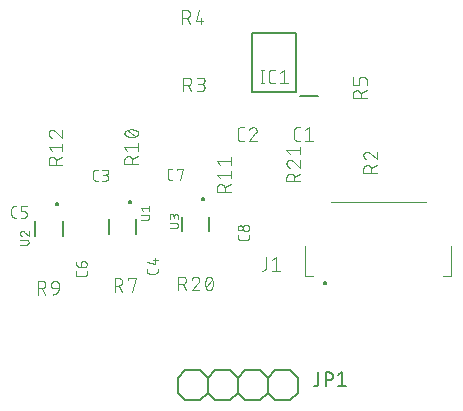
<source format=gbr>
G04 EAGLE Gerber RS-274X export*
G75*
%MOMM*%
%FSLAX34Y34*%
%LPD*%
%INSilkscreen Top*%
%IPPOS*%
%AMOC8*
5,1,8,0,0,1.08239X$1,22.5*%
G01*
%ADD10C,0.100000*%
%ADD11C,0.200000*%
%ADD12C,0.200000*%
%ADD13C,0.101600*%
%ADD14C,0.152400*%
%ADD15C,0.127000*%
%ADD16C,0.076200*%


D10*
X277143Y118277D02*
X271043Y118277D01*
X271043Y143277D01*
X387743Y118277D02*
X394443Y118277D01*
X394443Y143277D01*
X372743Y180477D02*
X292743Y180477D01*
D11*
X287743Y113277D03*
D12*
X287681Y113275D01*
X287620Y113269D01*
X287559Y113260D01*
X287499Y113247D01*
X287440Y113230D01*
X287382Y113209D01*
X287325Y113185D01*
X287270Y113158D01*
X287217Y113127D01*
X287165Y113093D01*
X287116Y113056D01*
X287069Y113016D01*
X287025Y112973D01*
X286984Y112928D01*
X286945Y112880D01*
X286909Y112829D01*
X286877Y112777D01*
X286848Y112723D01*
X286822Y112667D01*
X286800Y112609D01*
X286781Y112551D01*
X286766Y112491D01*
X286755Y112430D01*
X286747Y112369D01*
X286743Y112308D01*
X286743Y112246D01*
X286747Y112185D01*
X286755Y112124D01*
X286766Y112063D01*
X286781Y112003D01*
X286800Y111945D01*
X286822Y111887D01*
X286848Y111831D01*
X286877Y111777D01*
X286909Y111725D01*
X286945Y111674D01*
X286984Y111626D01*
X287025Y111581D01*
X287069Y111538D01*
X287116Y111498D01*
X287165Y111461D01*
X287217Y111427D01*
X287270Y111396D01*
X287325Y111369D01*
X287382Y111345D01*
X287440Y111324D01*
X287499Y111307D01*
X287559Y111294D01*
X287620Y111285D01*
X287681Y111279D01*
X287743Y111277D01*
D11*
X287743Y111277D03*
D12*
X287805Y111279D01*
X287866Y111285D01*
X287927Y111294D01*
X287987Y111307D01*
X288046Y111324D01*
X288104Y111345D01*
X288161Y111369D01*
X288216Y111396D01*
X288269Y111427D01*
X288321Y111461D01*
X288370Y111498D01*
X288417Y111538D01*
X288461Y111581D01*
X288502Y111626D01*
X288541Y111674D01*
X288577Y111725D01*
X288609Y111777D01*
X288638Y111831D01*
X288664Y111887D01*
X288686Y111945D01*
X288705Y112003D01*
X288720Y112063D01*
X288731Y112124D01*
X288739Y112185D01*
X288743Y112246D01*
X288743Y112308D01*
X288739Y112369D01*
X288731Y112430D01*
X288720Y112491D01*
X288705Y112551D01*
X288686Y112609D01*
X288664Y112667D01*
X288638Y112723D01*
X288609Y112777D01*
X288577Y112829D01*
X288541Y112880D01*
X288502Y112928D01*
X288461Y112973D01*
X288417Y113016D01*
X288370Y113056D01*
X288321Y113093D01*
X288269Y113127D01*
X288216Y113158D01*
X288161Y113185D01*
X288104Y113209D01*
X288046Y113230D01*
X287987Y113247D01*
X287927Y113260D01*
X287866Y113269D01*
X287805Y113275D01*
X287743Y113277D01*
D13*
X237785Y125172D02*
X237785Y134260D01*
X237785Y125172D02*
X237783Y125073D01*
X237777Y124973D01*
X237768Y124874D01*
X237755Y124776D01*
X237738Y124678D01*
X237717Y124580D01*
X237692Y124484D01*
X237664Y124389D01*
X237632Y124295D01*
X237597Y124202D01*
X237558Y124110D01*
X237515Y124020D01*
X237470Y123932D01*
X237420Y123845D01*
X237368Y123761D01*
X237312Y123678D01*
X237254Y123598D01*
X237192Y123520D01*
X237127Y123445D01*
X237059Y123372D01*
X236989Y123302D01*
X236916Y123234D01*
X236841Y123169D01*
X236763Y123107D01*
X236683Y123049D01*
X236600Y122993D01*
X236516Y122941D01*
X236429Y122891D01*
X236341Y122846D01*
X236251Y122803D01*
X236159Y122764D01*
X236066Y122729D01*
X235972Y122697D01*
X235877Y122669D01*
X235781Y122644D01*
X235683Y122623D01*
X235585Y122606D01*
X235487Y122593D01*
X235388Y122584D01*
X235288Y122578D01*
X235189Y122576D01*
X233891Y122576D01*
X243059Y131663D02*
X246304Y134260D01*
X246304Y122576D01*
X243059Y122576D02*
X249550Y122576D01*
D14*
X220144Y38100D02*
X213794Y31750D01*
X220144Y38100D02*
X232844Y38100D01*
X239194Y31750D01*
X239194Y19050D01*
X232844Y12700D01*
X220144Y12700D01*
X213794Y19050D01*
X182044Y38100D02*
X169344Y38100D01*
X182044Y38100D02*
X188394Y31750D01*
X188394Y19050D01*
X182044Y12700D01*
X188394Y31750D02*
X194744Y38100D01*
X207444Y38100D01*
X213794Y31750D01*
X213794Y19050D01*
X207444Y12700D01*
X194744Y12700D01*
X188394Y19050D01*
X162994Y19050D02*
X162994Y31750D01*
X169344Y38100D01*
X162994Y19050D02*
X169344Y12700D01*
X182044Y12700D01*
X245544Y38100D02*
X258244Y38100D01*
X264594Y31750D01*
X264594Y19050D01*
X258244Y12700D01*
X239194Y31750D02*
X245544Y38100D01*
X239194Y19050D02*
X245544Y12700D01*
X258244Y12700D01*
D15*
X282065Y27499D02*
X282065Y36389D01*
X282065Y27499D02*
X282063Y27399D01*
X282057Y27300D01*
X282047Y27200D01*
X282034Y27102D01*
X282016Y27003D01*
X281995Y26906D01*
X281970Y26810D01*
X281941Y26714D01*
X281908Y26620D01*
X281872Y26527D01*
X281832Y26436D01*
X281788Y26346D01*
X281741Y26258D01*
X281691Y26172D01*
X281637Y26088D01*
X281580Y26006D01*
X281520Y25927D01*
X281456Y25849D01*
X281390Y25775D01*
X281321Y25703D01*
X281249Y25634D01*
X281175Y25568D01*
X281097Y25504D01*
X281018Y25444D01*
X280936Y25387D01*
X280852Y25333D01*
X280766Y25283D01*
X280678Y25236D01*
X280588Y25192D01*
X280497Y25152D01*
X280404Y25116D01*
X280310Y25083D01*
X280214Y25054D01*
X280118Y25029D01*
X280021Y25008D01*
X279922Y24990D01*
X279824Y24977D01*
X279724Y24967D01*
X279625Y24961D01*
X279525Y24959D01*
X278255Y24959D01*
X288046Y24959D02*
X288046Y36389D01*
X291221Y36389D01*
X291332Y36387D01*
X291442Y36381D01*
X291553Y36372D01*
X291663Y36358D01*
X291772Y36341D01*
X291881Y36320D01*
X291989Y36295D01*
X292096Y36266D01*
X292202Y36234D01*
X292307Y36198D01*
X292410Y36158D01*
X292512Y36115D01*
X292613Y36068D01*
X292712Y36017D01*
X292809Y35964D01*
X292903Y35907D01*
X292996Y35846D01*
X293087Y35783D01*
X293176Y35716D01*
X293262Y35646D01*
X293345Y35573D01*
X293427Y35498D01*
X293505Y35420D01*
X293580Y35338D01*
X293653Y35255D01*
X293723Y35169D01*
X293790Y35080D01*
X293853Y34989D01*
X293914Y34896D01*
X293971Y34801D01*
X294024Y34705D01*
X294075Y34606D01*
X294122Y34505D01*
X294165Y34403D01*
X294205Y34300D01*
X294241Y34195D01*
X294273Y34089D01*
X294302Y33982D01*
X294327Y33874D01*
X294348Y33765D01*
X294365Y33656D01*
X294379Y33546D01*
X294388Y33435D01*
X294394Y33325D01*
X294396Y33214D01*
X294394Y33103D01*
X294388Y32993D01*
X294379Y32882D01*
X294365Y32772D01*
X294348Y32663D01*
X294327Y32554D01*
X294302Y32446D01*
X294273Y32339D01*
X294241Y32233D01*
X294205Y32128D01*
X294165Y32025D01*
X294122Y31923D01*
X294075Y31822D01*
X294024Y31723D01*
X293971Y31626D01*
X293914Y31532D01*
X293853Y31439D01*
X293790Y31348D01*
X293723Y31259D01*
X293653Y31173D01*
X293580Y31090D01*
X293505Y31008D01*
X293427Y30930D01*
X293345Y30855D01*
X293262Y30782D01*
X293176Y30712D01*
X293087Y30645D01*
X292996Y30582D01*
X292903Y30521D01*
X292809Y30464D01*
X292712Y30411D01*
X292613Y30360D01*
X292512Y30313D01*
X292410Y30270D01*
X292307Y30230D01*
X292202Y30194D01*
X292096Y30162D01*
X291989Y30133D01*
X291881Y30108D01*
X291772Y30087D01*
X291663Y30070D01*
X291553Y30056D01*
X291442Y30047D01*
X291332Y30041D01*
X291221Y30039D01*
X288046Y30039D01*
X298904Y33849D02*
X302079Y36389D01*
X302079Y24959D01*
X298904Y24959D02*
X305254Y24959D01*
D12*
X263007Y273824D02*
X226007Y273824D01*
X226007Y323824D01*
X263007Y323824D01*
X263007Y273824D01*
X266507Y270324D02*
X281257Y270324D01*
D13*
X234390Y281039D02*
X234390Y292723D01*
X233092Y281039D02*
X235688Y281039D01*
X235688Y292723D02*
X233092Y292723D01*
X242852Y281039D02*
X245448Y281039D01*
X242852Y281039D02*
X242753Y281041D01*
X242653Y281047D01*
X242554Y281056D01*
X242456Y281069D01*
X242358Y281086D01*
X242260Y281107D01*
X242164Y281132D01*
X242069Y281160D01*
X241975Y281192D01*
X241882Y281227D01*
X241790Y281266D01*
X241700Y281309D01*
X241612Y281354D01*
X241525Y281404D01*
X241441Y281456D01*
X241358Y281512D01*
X241278Y281570D01*
X241200Y281632D01*
X241125Y281697D01*
X241052Y281765D01*
X240982Y281835D01*
X240914Y281908D01*
X240849Y281983D01*
X240787Y282061D01*
X240729Y282141D01*
X240673Y282224D01*
X240621Y282308D01*
X240571Y282395D01*
X240526Y282483D01*
X240483Y282573D01*
X240444Y282665D01*
X240409Y282758D01*
X240377Y282852D01*
X240349Y282947D01*
X240324Y283043D01*
X240303Y283141D01*
X240286Y283239D01*
X240273Y283337D01*
X240264Y283436D01*
X240258Y283536D01*
X240256Y283635D01*
X240255Y283635D02*
X240255Y290126D01*
X240256Y290126D02*
X240258Y290225D01*
X240264Y290325D01*
X240273Y290424D01*
X240286Y290522D01*
X240303Y290620D01*
X240324Y290718D01*
X240349Y290814D01*
X240377Y290909D01*
X240409Y291003D01*
X240444Y291096D01*
X240483Y291188D01*
X240526Y291278D01*
X240571Y291366D01*
X240621Y291453D01*
X240673Y291537D01*
X240729Y291620D01*
X240787Y291700D01*
X240849Y291778D01*
X240914Y291853D01*
X240982Y291926D01*
X241052Y291996D01*
X241125Y292064D01*
X241200Y292129D01*
X241278Y292191D01*
X241358Y292249D01*
X241441Y292305D01*
X241525Y292357D01*
X241612Y292407D01*
X241700Y292452D01*
X241790Y292495D01*
X241882Y292534D01*
X241974Y292569D01*
X242069Y292601D01*
X242164Y292629D01*
X242260Y292654D01*
X242358Y292675D01*
X242456Y292692D01*
X242554Y292705D01*
X242653Y292714D01*
X242753Y292720D01*
X242852Y292722D01*
X242852Y292723D02*
X245448Y292723D01*
X249813Y290126D02*
X253059Y292723D01*
X253059Y281039D01*
X249813Y281039D02*
X256305Y281039D01*
X263992Y232300D02*
X266589Y232300D01*
X263992Y232301D02*
X263893Y232303D01*
X263793Y232309D01*
X263694Y232318D01*
X263596Y232331D01*
X263498Y232348D01*
X263400Y232369D01*
X263304Y232394D01*
X263209Y232422D01*
X263115Y232454D01*
X263022Y232489D01*
X262930Y232528D01*
X262840Y232571D01*
X262752Y232616D01*
X262665Y232666D01*
X262581Y232718D01*
X262498Y232774D01*
X262418Y232832D01*
X262340Y232894D01*
X262265Y232959D01*
X262192Y233027D01*
X262122Y233097D01*
X262054Y233170D01*
X261989Y233245D01*
X261927Y233323D01*
X261869Y233403D01*
X261813Y233486D01*
X261761Y233570D01*
X261711Y233657D01*
X261666Y233745D01*
X261623Y233835D01*
X261584Y233927D01*
X261549Y234020D01*
X261517Y234114D01*
X261489Y234209D01*
X261464Y234305D01*
X261443Y234403D01*
X261426Y234501D01*
X261413Y234599D01*
X261404Y234698D01*
X261398Y234798D01*
X261396Y234897D01*
X261396Y241388D01*
X261398Y241487D01*
X261404Y241587D01*
X261413Y241686D01*
X261426Y241784D01*
X261443Y241882D01*
X261464Y241980D01*
X261489Y242076D01*
X261517Y242171D01*
X261549Y242265D01*
X261584Y242358D01*
X261623Y242450D01*
X261666Y242540D01*
X261711Y242628D01*
X261761Y242715D01*
X261813Y242799D01*
X261869Y242882D01*
X261927Y242962D01*
X261989Y243040D01*
X262054Y243115D01*
X262122Y243188D01*
X262192Y243258D01*
X262265Y243326D01*
X262340Y243391D01*
X262418Y243453D01*
X262498Y243511D01*
X262581Y243567D01*
X262665Y243619D01*
X262752Y243669D01*
X262840Y243714D01*
X262930Y243757D01*
X263022Y243796D01*
X263114Y243831D01*
X263209Y243863D01*
X263304Y243891D01*
X263400Y243916D01*
X263498Y243937D01*
X263596Y243954D01*
X263694Y243967D01*
X263793Y243976D01*
X263893Y243982D01*
X263992Y243984D01*
X266589Y243984D01*
X270954Y241388D02*
X274200Y243984D01*
X274200Y232300D01*
X277445Y232300D02*
X270954Y232300D01*
X218840Y232212D02*
X216244Y232212D01*
X216145Y232214D01*
X216045Y232220D01*
X215946Y232229D01*
X215848Y232242D01*
X215750Y232259D01*
X215652Y232280D01*
X215556Y232305D01*
X215461Y232333D01*
X215367Y232365D01*
X215274Y232400D01*
X215182Y232439D01*
X215092Y232482D01*
X215004Y232527D01*
X214917Y232577D01*
X214833Y232629D01*
X214750Y232685D01*
X214670Y232743D01*
X214592Y232805D01*
X214517Y232870D01*
X214444Y232938D01*
X214374Y233008D01*
X214306Y233081D01*
X214241Y233156D01*
X214179Y233234D01*
X214121Y233314D01*
X214065Y233397D01*
X214013Y233481D01*
X213963Y233568D01*
X213918Y233656D01*
X213875Y233746D01*
X213836Y233838D01*
X213801Y233931D01*
X213769Y234025D01*
X213741Y234120D01*
X213716Y234216D01*
X213695Y234314D01*
X213678Y234412D01*
X213665Y234510D01*
X213656Y234609D01*
X213650Y234709D01*
X213648Y234808D01*
X213647Y234808D02*
X213647Y241299D01*
X213648Y241299D02*
X213650Y241398D01*
X213656Y241498D01*
X213665Y241597D01*
X213678Y241695D01*
X213695Y241793D01*
X213716Y241891D01*
X213741Y241987D01*
X213769Y242082D01*
X213801Y242176D01*
X213836Y242269D01*
X213875Y242361D01*
X213918Y242451D01*
X213963Y242539D01*
X214013Y242626D01*
X214065Y242710D01*
X214121Y242793D01*
X214179Y242873D01*
X214241Y242951D01*
X214306Y243026D01*
X214374Y243099D01*
X214444Y243169D01*
X214517Y243237D01*
X214592Y243302D01*
X214670Y243364D01*
X214750Y243422D01*
X214833Y243478D01*
X214917Y243530D01*
X215004Y243580D01*
X215092Y243625D01*
X215182Y243668D01*
X215274Y243707D01*
X215366Y243742D01*
X215461Y243774D01*
X215556Y243802D01*
X215652Y243827D01*
X215750Y243848D01*
X215848Y243865D01*
X215946Y243878D01*
X216045Y243887D01*
X216145Y243893D01*
X216244Y243895D01*
X216244Y243896D02*
X218840Y243896D01*
X226776Y243896D02*
X226883Y243894D01*
X226989Y243888D01*
X227095Y243878D01*
X227201Y243865D01*
X227307Y243847D01*
X227411Y243826D01*
X227515Y243801D01*
X227618Y243772D01*
X227719Y243740D01*
X227819Y243703D01*
X227918Y243663D01*
X228016Y243620D01*
X228112Y243573D01*
X228206Y243522D01*
X228298Y243468D01*
X228388Y243411D01*
X228476Y243351D01*
X228561Y243287D01*
X228644Y243220D01*
X228725Y243150D01*
X228803Y243078D01*
X228879Y243002D01*
X228951Y242924D01*
X229021Y242843D01*
X229088Y242760D01*
X229152Y242675D01*
X229212Y242587D01*
X229269Y242497D01*
X229323Y242405D01*
X229374Y242311D01*
X229421Y242215D01*
X229464Y242117D01*
X229504Y242018D01*
X229541Y241918D01*
X229573Y241817D01*
X229602Y241714D01*
X229627Y241610D01*
X229648Y241506D01*
X229666Y241400D01*
X229679Y241294D01*
X229689Y241188D01*
X229695Y241082D01*
X229697Y240975D01*
X226776Y243896D02*
X226655Y243894D01*
X226534Y243888D01*
X226414Y243878D01*
X226293Y243865D01*
X226174Y243847D01*
X226054Y243826D01*
X225936Y243801D01*
X225819Y243772D01*
X225702Y243739D01*
X225587Y243703D01*
X225473Y243662D01*
X225360Y243619D01*
X225248Y243571D01*
X225139Y243520D01*
X225031Y243465D01*
X224924Y243407D01*
X224820Y243346D01*
X224718Y243281D01*
X224618Y243213D01*
X224520Y243142D01*
X224424Y243068D01*
X224331Y242991D01*
X224241Y242910D01*
X224153Y242827D01*
X224068Y242741D01*
X223985Y242652D01*
X223906Y242561D01*
X223829Y242467D01*
X223756Y242371D01*
X223686Y242273D01*
X223619Y242172D01*
X223555Y242069D01*
X223495Y241964D01*
X223438Y241857D01*
X223384Y241749D01*
X223334Y241639D01*
X223288Y241527D01*
X223245Y241414D01*
X223206Y241299D01*
X228723Y238703D02*
X228802Y238780D01*
X228878Y238861D01*
X228951Y238944D01*
X229021Y239029D01*
X229088Y239117D01*
X229152Y239207D01*
X229212Y239299D01*
X229269Y239394D01*
X229323Y239490D01*
X229374Y239588D01*
X229421Y239688D01*
X229465Y239790D01*
X229505Y239893D01*
X229541Y239997D01*
X229573Y240103D01*
X229602Y240209D01*
X229627Y240317D01*
X229649Y240425D01*
X229666Y240535D01*
X229680Y240644D01*
X229689Y240754D01*
X229695Y240865D01*
X229697Y240975D01*
X228723Y238703D02*
X223206Y232212D01*
X229697Y232212D01*
X254963Y198210D02*
X266647Y198210D01*
X254963Y198210D02*
X254963Y201455D01*
X254962Y201455D02*
X254964Y201568D01*
X254970Y201681D01*
X254980Y201794D01*
X254994Y201907D01*
X255011Y202019D01*
X255033Y202130D01*
X255058Y202240D01*
X255088Y202350D01*
X255121Y202458D01*
X255158Y202565D01*
X255198Y202671D01*
X255243Y202775D01*
X255291Y202878D01*
X255342Y202979D01*
X255397Y203078D01*
X255455Y203175D01*
X255517Y203270D01*
X255582Y203363D01*
X255650Y203453D01*
X255721Y203541D01*
X255796Y203627D01*
X255873Y203710D01*
X255953Y203790D01*
X256036Y203867D01*
X256122Y203942D01*
X256210Y204013D01*
X256300Y204081D01*
X256393Y204146D01*
X256488Y204208D01*
X256585Y204266D01*
X256684Y204321D01*
X256785Y204372D01*
X256888Y204420D01*
X256992Y204465D01*
X257098Y204505D01*
X257205Y204542D01*
X257313Y204575D01*
X257423Y204605D01*
X257533Y204630D01*
X257644Y204652D01*
X257756Y204669D01*
X257869Y204683D01*
X257982Y204693D01*
X258095Y204699D01*
X258208Y204701D01*
X258321Y204699D01*
X258434Y204693D01*
X258547Y204683D01*
X258660Y204669D01*
X258772Y204652D01*
X258883Y204630D01*
X258993Y204605D01*
X259103Y204575D01*
X259211Y204542D01*
X259318Y204505D01*
X259424Y204465D01*
X259528Y204420D01*
X259631Y204372D01*
X259732Y204321D01*
X259831Y204266D01*
X259928Y204208D01*
X260023Y204146D01*
X260116Y204081D01*
X260206Y204013D01*
X260294Y203942D01*
X260380Y203867D01*
X260463Y203790D01*
X260543Y203710D01*
X260620Y203627D01*
X260695Y203541D01*
X260766Y203453D01*
X260834Y203363D01*
X260899Y203270D01*
X260961Y203175D01*
X261019Y203078D01*
X261074Y202979D01*
X261125Y202878D01*
X261173Y202775D01*
X261218Y202671D01*
X261258Y202565D01*
X261295Y202458D01*
X261328Y202350D01*
X261358Y202240D01*
X261383Y202130D01*
X261405Y202019D01*
X261422Y201907D01*
X261436Y201794D01*
X261446Y201681D01*
X261452Y201568D01*
X261454Y201455D01*
X261454Y198210D01*
X261454Y202104D02*
X266647Y204701D01*
X257884Y216057D02*
X257777Y216055D01*
X257671Y216049D01*
X257565Y216039D01*
X257459Y216026D01*
X257353Y216008D01*
X257249Y215987D01*
X257145Y215962D01*
X257042Y215933D01*
X256941Y215901D01*
X256841Y215864D01*
X256742Y215824D01*
X256644Y215781D01*
X256548Y215734D01*
X256454Y215683D01*
X256362Y215629D01*
X256272Y215572D01*
X256184Y215512D01*
X256099Y215448D01*
X256016Y215381D01*
X255935Y215311D01*
X255857Y215239D01*
X255781Y215163D01*
X255709Y215085D01*
X255639Y215004D01*
X255572Y214921D01*
X255508Y214836D01*
X255448Y214748D01*
X255391Y214658D01*
X255337Y214566D01*
X255286Y214472D01*
X255239Y214376D01*
X255196Y214278D01*
X255156Y214179D01*
X255119Y214079D01*
X255087Y213978D01*
X255058Y213875D01*
X255033Y213771D01*
X255012Y213667D01*
X254994Y213561D01*
X254981Y213455D01*
X254971Y213349D01*
X254965Y213243D01*
X254963Y213136D01*
X254962Y213136D02*
X254964Y213015D01*
X254970Y212894D01*
X254980Y212774D01*
X254993Y212653D01*
X255011Y212534D01*
X255032Y212414D01*
X255057Y212296D01*
X255086Y212179D01*
X255119Y212062D01*
X255155Y211947D01*
X255196Y211833D01*
X255239Y211720D01*
X255287Y211608D01*
X255338Y211499D01*
X255393Y211391D01*
X255451Y211284D01*
X255512Y211180D01*
X255577Y211078D01*
X255645Y210978D01*
X255716Y210880D01*
X255790Y210784D01*
X255867Y210691D01*
X255948Y210601D01*
X256031Y210513D01*
X256117Y210428D01*
X256206Y210345D01*
X256297Y210266D01*
X256391Y210189D01*
X256487Y210116D01*
X256585Y210046D01*
X256686Y209979D01*
X256789Y209915D01*
X256894Y209855D01*
X257001Y209797D01*
X257109Y209744D01*
X257219Y209694D01*
X257331Y209648D01*
X257444Y209605D01*
X257559Y209566D01*
X260156Y215083D02*
X260078Y215162D01*
X259998Y215238D01*
X259915Y215311D01*
X259829Y215381D01*
X259742Y215448D01*
X259651Y215512D01*
X259559Y215572D01*
X259465Y215630D01*
X259368Y215684D01*
X259270Y215734D01*
X259170Y215781D01*
X259069Y215825D01*
X258966Y215865D01*
X258861Y215901D01*
X258756Y215933D01*
X258649Y215962D01*
X258542Y215987D01*
X258433Y216009D01*
X258324Y216026D01*
X258215Y216040D01*
X258105Y216049D01*
X257994Y216055D01*
X257884Y216057D01*
X260155Y215084D02*
X266647Y209566D01*
X266647Y216057D01*
X257559Y220996D02*
X254963Y224242D01*
X266647Y224242D01*
X266647Y227487D02*
X266647Y220996D01*
X320117Y205325D02*
X331801Y205325D01*
X320117Y205325D02*
X320117Y208571D01*
X320119Y208684D01*
X320125Y208797D01*
X320135Y208910D01*
X320149Y209023D01*
X320166Y209135D01*
X320188Y209246D01*
X320213Y209356D01*
X320243Y209466D01*
X320276Y209574D01*
X320313Y209681D01*
X320353Y209787D01*
X320398Y209891D01*
X320446Y209994D01*
X320497Y210095D01*
X320552Y210194D01*
X320610Y210291D01*
X320672Y210386D01*
X320737Y210479D01*
X320805Y210569D01*
X320876Y210657D01*
X320951Y210743D01*
X321028Y210826D01*
X321108Y210906D01*
X321191Y210983D01*
X321277Y211058D01*
X321365Y211129D01*
X321455Y211197D01*
X321548Y211262D01*
X321643Y211324D01*
X321740Y211382D01*
X321839Y211437D01*
X321940Y211488D01*
X322043Y211536D01*
X322147Y211581D01*
X322253Y211621D01*
X322360Y211658D01*
X322468Y211691D01*
X322578Y211721D01*
X322688Y211746D01*
X322799Y211768D01*
X322911Y211785D01*
X323024Y211799D01*
X323137Y211809D01*
X323250Y211815D01*
X323363Y211817D01*
X323476Y211815D01*
X323589Y211809D01*
X323702Y211799D01*
X323815Y211785D01*
X323927Y211768D01*
X324038Y211746D01*
X324148Y211721D01*
X324258Y211691D01*
X324366Y211658D01*
X324473Y211621D01*
X324579Y211581D01*
X324683Y211536D01*
X324786Y211488D01*
X324887Y211437D01*
X324986Y211382D01*
X325083Y211324D01*
X325178Y211262D01*
X325271Y211197D01*
X325361Y211129D01*
X325449Y211058D01*
X325535Y210983D01*
X325618Y210906D01*
X325698Y210826D01*
X325775Y210743D01*
X325850Y210657D01*
X325921Y210569D01*
X325989Y210479D01*
X326054Y210386D01*
X326116Y210291D01*
X326174Y210194D01*
X326229Y210095D01*
X326280Y209994D01*
X326328Y209891D01*
X326373Y209787D01*
X326413Y209681D01*
X326450Y209574D01*
X326483Y209466D01*
X326513Y209356D01*
X326538Y209246D01*
X326560Y209135D01*
X326577Y209023D01*
X326591Y208910D01*
X326601Y208797D01*
X326607Y208684D01*
X326609Y208571D01*
X326608Y208571D02*
X326608Y205325D01*
X326608Y209220D02*
X331801Y211816D01*
X323038Y223173D02*
X322931Y223171D01*
X322825Y223165D01*
X322719Y223155D01*
X322613Y223142D01*
X322507Y223124D01*
X322403Y223103D01*
X322299Y223078D01*
X322196Y223049D01*
X322095Y223017D01*
X321995Y222980D01*
X321896Y222940D01*
X321798Y222897D01*
X321702Y222850D01*
X321608Y222799D01*
X321516Y222745D01*
X321426Y222688D01*
X321338Y222628D01*
X321253Y222564D01*
X321170Y222497D01*
X321089Y222427D01*
X321011Y222355D01*
X320935Y222279D01*
X320863Y222201D01*
X320793Y222120D01*
X320726Y222037D01*
X320662Y221952D01*
X320602Y221864D01*
X320545Y221774D01*
X320491Y221682D01*
X320440Y221588D01*
X320393Y221492D01*
X320350Y221394D01*
X320310Y221295D01*
X320273Y221195D01*
X320241Y221094D01*
X320212Y220991D01*
X320187Y220887D01*
X320166Y220783D01*
X320148Y220677D01*
X320135Y220571D01*
X320125Y220465D01*
X320119Y220359D01*
X320117Y220252D01*
X320119Y220131D01*
X320125Y220010D01*
X320135Y219890D01*
X320148Y219769D01*
X320166Y219650D01*
X320187Y219530D01*
X320212Y219412D01*
X320241Y219295D01*
X320274Y219178D01*
X320310Y219063D01*
X320351Y218949D01*
X320394Y218836D01*
X320442Y218724D01*
X320493Y218615D01*
X320548Y218507D01*
X320606Y218400D01*
X320667Y218296D01*
X320732Y218194D01*
X320800Y218094D01*
X320871Y217996D01*
X320945Y217900D01*
X321022Y217807D01*
X321103Y217717D01*
X321186Y217629D01*
X321272Y217544D01*
X321361Y217461D01*
X321452Y217382D01*
X321546Y217305D01*
X321642Y217232D01*
X321740Y217162D01*
X321841Y217095D01*
X321944Y217031D01*
X322049Y216971D01*
X322156Y216913D01*
X322264Y216860D01*
X322374Y216810D01*
X322486Y216764D01*
X322599Y216721D01*
X322714Y216682D01*
X325310Y222198D02*
X325232Y222277D01*
X325152Y222353D01*
X325069Y222426D01*
X324983Y222496D01*
X324896Y222563D01*
X324805Y222627D01*
X324713Y222687D01*
X324619Y222745D01*
X324522Y222799D01*
X324424Y222849D01*
X324324Y222896D01*
X324223Y222940D01*
X324120Y222980D01*
X324015Y223016D01*
X323910Y223048D01*
X323803Y223077D01*
X323696Y223102D01*
X323587Y223124D01*
X323478Y223141D01*
X323369Y223155D01*
X323259Y223164D01*
X323148Y223170D01*
X323038Y223172D01*
X325310Y222199D02*
X331801Y216682D01*
X331801Y223173D01*
X167764Y274264D02*
X167764Y285948D01*
X171010Y285948D01*
X171123Y285946D01*
X171236Y285940D01*
X171349Y285930D01*
X171462Y285916D01*
X171574Y285899D01*
X171685Y285877D01*
X171795Y285852D01*
X171905Y285822D01*
X172013Y285789D01*
X172120Y285752D01*
X172226Y285712D01*
X172330Y285667D01*
X172433Y285619D01*
X172534Y285568D01*
X172633Y285513D01*
X172730Y285455D01*
X172825Y285393D01*
X172918Y285328D01*
X173008Y285260D01*
X173096Y285189D01*
X173182Y285114D01*
X173265Y285037D01*
X173345Y284957D01*
X173422Y284874D01*
X173497Y284788D01*
X173568Y284700D01*
X173636Y284610D01*
X173701Y284517D01*
X173763Y284422D01*
X173821Y284325D01*
X173876Y284226D01*
X173927Y284125D01*
X173975Y284022D01*
X174020Y283918D01*
X174060Y283812D01*
X174097Y283705D01*
X174130Y283597D01*
X174160Y283487D01*
X174185Y283377D01*
X174207Y283266D01*
X174224Y283154D01*
X174238Y283041D01*
X174248Y282928D01*
X174254Y282815D01*
X174256Y282702D01*
X174254Y282589D01*
X174248Y282476D01*
X174238Y282363D01*
X174224Y282250D01*
X174207Y282138D01*
X174185Y282027D01*
X174160Y281917D01*
X174130Y281807D01*
X174097Y281699D01*
X174060Y281592D01*
X174020Y281486D01*
X173975Y281382D01*
X173927Y281279D01*
X173876Y281178D01*
X173821Y281079D01*
X173763Y280982D01*
X173701Y280887D01*
X173636Y280794D01*
X173568Y280704D01*
X173497Y280616D01*
X173422Y280530D01*
X173345Y280447D01*
X173265Y280367D01*
X173182Y280290D01*
X173096Y280215D01*
X173008Y280144D01*
X172918Y280076D01*
X172825Y280011D01*
X172730Y279949D01*
X172633Y279891D01*
X172534Y279836D01*
X172433Y279785D01*
X172330Y279737D01*
X172226Y279692D01*
X172120Y279652D01*
X172013Y279615D01*
X171905Y279582D01*
X171795Y279552D01*
X171685Y279527D01*
X171574Y279505D01*
X171462Y279488D01*
X171349Y279474D01*
X171236Y279464D01*
X171123Y279458D01*
X171010Y279456D01*
X171010Y279457D02*
X167764Y279457D01*
X171659Y279457D02*
X174255Y274264D01*
X179120Y274264D02*
X182366Y274264D01*
X182479Y274266D01*
X182592Y274272D01*
X182705Y274282D01*
X182818Y274296D01*
X182930Y274313D01*
X183041Y274335D01*
X183151Y274360D01*
X183261Y274390D01*
X183369Y274423D01*
X183476Y274460D01*
X183582Y274500D01*
X183686Y274545D01*
X183789Y274593D01*
X183890Y274644D01*
X183989Y274699D01*
X184086Y274757D01*
X184181Y274819D01*
X184274Y274884D01*
X184364Y274952D01*
X184452Y275023D01*
X184538Y275098D01*
X184621Y275175D01*
X184701Y275255D01*
X184778Y275338D01*
X184853Y275424D01*
X184924Y275512D01*
X184992Y275602D01*
X185057Y275695D01*
X185119Y275790D01*
X185177Y275887D01*
X185232Y275986D01*
X185283Y276087D01*
X185331Y276190D01*
X185376Y276294D01*
X185416Y276400D01*
X185453Y276507D01*
X185486Y276615D01*
X185516Y276725D01*
X185541Y276835D01*
X185563Y276946D01*
X185580Y277058D01*
X185594Y277171D01*
X185604Y277284D01*
X185610Y277397D01*
X185612Y277510D01*
X185610Y277623D01*
X185604Y277736D01*
X185594Y277849D01*
X185580Y277962D01*
X185563Y278074D01*
X185541Y278185D01*
X185516Y278295D01*
X185486Y278405D01*
X185453Y278513D01*
X185416Y278620D01*
X185376Y278726D01*
X185331Y278830D01*
X185283Y278933D01*
X185232Y279034D01*
X185177Y279133D01*
X185119Y279230D01*
X185057Y279325D01*
X184992Y279418D01*
X184924Y279508D01*
X184853Y279596D01*
X184778Y279682D01*
X184701Y279765D01*
X184621Y279845D01*
X184538Y279922D01*
X184452Y279997D01*
X184364Y280068D01*
X184274Y280136D01*
X184181Y280201D01*
X184086Y280263D01*
X183989Y280321D01*
X183890Y280376D01*
X183789Y280427D01*
X183686Y280475D01*
X183582Y280520D01*
X183476Y280560D01*
X183369Y280597D01*
X183261Y280630D01*
X183151Y280660D01*
X183041Y280685D01*
X182930Y280707D01*
X182818Y280724D01*
X182705Y280738D01*
X182592Y280748D01*
X182479Y280754D01*
X182366Y280756D01*
X183015Y285948D02*
X179120Y285948D01*
X183015Y285948D02*
X183116Y285946D01*
X183216Y285940D01*
X183316Y285930D01*
X183416Y285917D01*
X183515Y285899D01*
X183614Y285878D01*
X183711Y285853D01*
X183808Y285824D01*
X183903Y285791D01*
X183997Y285755D01*
X184089Y285715D01*
X184180Y285672D01*
X184269Y285625D01*
X184356Y285575D01*
X184442Y285521D01*
X184525Y285464D01*
X184605Y285404D01*
X184684Y285341D01*
X184760Y285274D01*
X184833Y285205D01*
X184903Y285133D01*
X184971Y285059D01*
X185036Y284982D01*
X185097Y284902D01*
X185156Y284820D01*
X185211Y284736D01*
X185263Y284650D01*
X185312Y284562D01*
X185357Y284472D01*
X185399Y284380D01*
X185437Y284287D01*
X185471Y284192D01*
X185502Y284097D01*
X185529Y284000D01*
X185552Y283902D01*
X185572Y283803D01*
X185587Y283703D01*
X185599Y283603D01*
X185607Y283503D01*
X185611Y283402D01*
X185611Y283302D01*
X185607Y283201D01*
X185599Y283101D01*
X185587Y283001D01*
X185572Y282901D01*
X185552Y282802D01*
X185529Y282704D01*
X185502Y282607D01*
X185471Y282512D01*
X185437Y282417D01*
X185399Y282324D01*
X185357Y282232D01*
X185312Y282142D01*
X185263Y282054D01*
X185211Y281968D01*
X185156Y281884D01*
X185097Y281802D01*
X185036Y281722D01*
X184971Y281645D01*
X184903Y281571D01*
X184833Y281499D01*
X184760Y281430D01*
X184684Y281363D01*
X184605Y281300D01*
X184525Y281240D01*
X184442Y281183D01*
X184356Y281129D01*
X184269Y281079D01*
X184180Y281032D01*
X184089Y280989D01*
X183997Y280949D01*
X183903Y280913D01*
X183808Y280880D01*
X183711Y280851D01*
X183614Y280826D01*
X183515Y280805D01*
X183416Y280787D01*
X183316Y280774D01*
X183216Y280764D01*
X183116Y280758D01*
X183015Y280756D01*
X183015Y280755D02*
X180419Y280755D01*
X166846Y331321D02*
X166846Y343005D01*
X170092Y343005D01*
X170205Y343003D01*
X170318Y342997D01*
X170431Y342987D01*
X170544Y342973D01*
X170656Y342956D01*
X170767Y342934D01*
X170877Y342909D01*
X170987Y342879D01*
X171095Y342846D01*
X171202Y342809D01*
X171308Y342769D01*
X171412Y342724D01*
X171515Y342676D01*
X171616Y342625D01*
X171715Y342570D01*
X171812Y342512D01*
X171907Y342450D01*
X172000Y342385D01*
X172090Y342317D01*
X172178Y342246D01*
X172264Y342171D01*
X172347Y342094D01*
X172427Y342014D01*
X172504Y341931D01*
X172579Y341845D01*
X172650Y341757D01*
X172718Y341667D01*
X172783Y341574D01*
X172845Y341479D01*
X172903Y341382D01*
X172958Y341283D01*
X173009Y341182D01*
X173057Y341079D01*
X173102Y340975D01*
X173142Y340869D01*
X173179Y340762D01*
X173212Y340654D01*
X173242Y340544D01*
X173267Y340434D01*
X173289Y340323D01*
X173306Y340211D01*
X173320Y340098D01*
X173330Y339985D01*
X173336Y339872D01*
X173338Y339759D01*
X173336Y339646D01*
X173330Y339533D01*
X173320Y339420D01*
X173306Y339307D01*
X173289Y339195D01*
X173267Y339084D01*
X173242Y338974D01*
X173212Y338864D01*
X173179Y338756D01*
X173142Y338649D01*
X173102Y338543D01*
X173057Y338439D01*
X173009Y338336D01*
X172958Y338235D01*
X172903Y338136D01*
X172845Y338039D01*
X172783Y337944D01*
X172718Y337851D01*
X172650Y337761D01*
X172579Y337673D01*
X172504Y337587D01*
X172427Y337504D01*
X172347Y337424D01*
X172264Y337347D01*
X172178Y337272D01*
X172090Y337201D01*
X172000Y337133D01*
X171907Y337068D01*
X171812Y337006D01*
X171715Y336948D01*
X171616Y336893D01*
X171515Y336842D01*
X171412Y336794D01*
X171308Y336749D01*
X171202Y336709D01*
X171095Y336672D01*
X170987Y336639D01*
X170877Y336609D01*
X170767Y336584D01*
X170656Y336562D01*
X170544Y336545D01*
X170431Y336531D01*
X170318Y336521D01*
X170205Y336515D01*
X170092Y336513D01*
X170092Y336514D02*
X166846Y336514D01*
X170741Y336514D02*
X173337Y331321D01*
X178202Y333917D02*
X180799Y343005D01*
X178202Y333917D02*
X184694Y333917D01*
X182746Y331321D02*
X182746Y336514D01*
X311218Y268630D02*
X322902Y268630D01*
X311218Y268630D02*
X311218Y271876D01*
X311220Y271989D01*
X311226Y272102D01*
X311236Y272215D01*
X311250Y272328D01*
X311267Y272440D01*
X311289Y272551D01*
X311314Y272661D01*
X311344Y272771D01*
X311377Y272879D01*
X311414Y272986D01*
X311454Y273092D01*
X311499Y273196D01*
X311547Y273299D01*
X311598Y273400D01*
X311653Y273499D01*
X311711Y273596D01*
X311773Y273691D01*
X311838Y273784D01*
X311906Y273874D01*
X311977Y273962D01*
X312052Y274048D01*
X312129Y274131D01*
X312209Y274211D01*
X312292Y274288D01*
X312378Y274363D01*
X312466Y274434D01*
X312556Y274502D01*
X312649Y274567D01*
X312744Y274629D01*
X312841Y274687D01*
X312940Y274742D01*
X313041Y274793D01*
X313144Y274841D01*
X313248Y274886D01*
X313354Y274926D01*
X313461Y274963D01*
X313569Y274996D01*
X313679Y275026D01*
X313789Y275051D01*
X313900Y275073D01*
X314012Y275090D01*
X314125Y275104D01*
X314238Y275114D01*
X314351Y275120D01*
X314464Y275122D01*
X314577Y275120D01*
X314690Y275114D01*
X314803Y275104D01*
X314916Y275090D01*
X315028Y275073D01*
X315139Y275051D01*
X315249Y275026D01*
X315359Y274996D01*
X315467Y274963D01*
X315574Y274926D01*
X315680Y274886D01*
X315784Y274841D01*
X315887Y274793D01*
X315988Y274742D01*
X316087Y274687D01*
X316184Y274629D01*
X316279Y274567D01*
X316372Y274502D01*
X316462Y274434D01*
X316550Y274363D01*
X316636Y274288D01*
X316719Y274211D01*
X316799Y274131D01*
X316876Y274048D01*
X316951Y273962D01*
X317022Y273874D01*
X317090Y273784D01*
X317155Y273691D01*
X317217Y273596D01*
X317275Y273499D01*
X317330Y273400D01*
X317381Y273299D01*
X317429Y273196D01*
X317474Y273092D01*
X317514Y272986D01*
X317551Y272879D01*
X317584Y272771D01*
X317614Y272661D01*
X317639Y272551D01*
X317661Y272440D01*
X317678Y272328D01*
X317692Y272215D01*
X317702Y272102D01*
X317708Y271989D01*
X317710Y271876D01*
X317709Y271876D02*
X317709Y268630D01*
X317709Y272525D02*
X322902Y275121D01*
X322902Y279986D02*
X322902Y283881D01*
X322900Y283980D01*
X322894Y284080D01*
X322885Y284179D01*
X322872Y284277D01*
X322855Y284375D01*
X322834Y284473D01*
X322809Y284569D01*
X322781Y284664D01*
X322749Y284758D01*
X322714Y284851D01*
X322675Y284943D01*
X322632Y285033D01*
X322587Y285121D01*
X322537Y285208D01*
X322485Y285292D01*
X322429Y285375D01*
X322371Y285455D01*
X322309Y285533D01*
X322244Y285608D01*
X322176Y285681D01*
X322106Y285751D01*
X322033Y285819D01*
X321958Y285884D01*
X321880Y285946D01*
X321800Y286004D01*
X321717Y286060D01*
X321633Y286112D01*
X321546Y286162D01*
X321458Y286207D01*
X321368Y286250D01*
X321276Y286289D01*
X321183Y286324D01*
X321089Y286356D01*
X320994Y286384D01*
X320898Y286409D01*
X320800Y286430D01*
X320702Y286447D01*
X320604Y286460D01*
X320505Y286469D01*
X320405Y286475D01*
X320306Y286477D01*
X319007Y286477D01*
X318908Y286475D01*
X318808Y286469D01*
X318709Y286460D01*
X318611Y286447D01*
X318513Y286430D01*
X318415Y286409D01*
X318319Y286384D01*
X318224Y286356D01*
X318130Y286324D01*
X318037Y286289D01*
X317945Y286250D01*
X317855Y286207D01*
X317767Y286162D01*
X317680Y286112D01*
X317596Y286060D01*
X317513Y286004D01*
X317433Y285946D01*
X317355Y285884D01*
X317280Y285819D01*
X317207Y285751D01*
X317137Y285681D01*
X317069Y285608D01*
X317004Y285533D01*
X316942Y285455D01*
X316884Y285375D01*
X316828Y285292D01*
X316776Y285208D01*
X316726Y285121D01*
X316681Y285033D01*
X316638Y284943D01*
X316599Y284851D01*
X316564Y284758D01*
X316532Y284664D01*
X316504Y284569D01*
X316479Y284473D01*
X316458Y284375D01*
X316441Y284277D01*
X316428Y284179D01*
X316419Y284080D01*
X316413Y283980D01*
X316411Y283881D01*
X316411Y279986D01*
X311218Y279986D01*
X311218Y286477D01*
D16*
X158475Y199501D02*
X156387Y199501D01*
X156298Y199503D01*
X156210Y199509D01*
X156122Y199518D01*
X156034Y199531D01*
X155947Y199548D01*
X155861Y199568D01*
X155776Y199593D01*
X155691Y199620D01*
X155608Y199652D01*
X155527Y199686D01*
X155447Y199725D01*
X155369Y199766D01*
X155292Y199811D01*
X155218Y199859D01*
X155145Y199910D01*
X155075Y199964D01*
X155008Y200022D01*
X154942Y200082D01*
X154880Y200144D01*
X154820Y200210D01*
X154762Y200277D01*
X154708Y200347D01*
X154657Y200420D01*
X154609Y200494D01*
X154564Y200571D01*
X154523Y200649D01*
X154484Y200729D01*
X154450Y200810D01*
X154418Y200893D01*
X154391Y200978D01*
X154366Y201063D01*
X154346Y201149D01*
X154329Y201236D01*
X154316Y201324D01*
X154307Y201412D01*
X154301Y201500D01*
X154299Y201589D01*
X154298Y201589D02*
X154298Y206810D01*
X154299Y206810D02*
X154301Y206901D01*
X154307Y206992D01*
X154317Y207083D01*
X154331Y207173D01*
X154348Y207262D01*
X154370Y207350D01*
X154396Y207438D01*
X154425Y207524D01*
X154458Y207609D01*
X154495Y207692D01*
X154535Y207774D01*
X154579Y207854D01*
X154626Y207932D01*
X154677Y208008D01*
X154730Y208081D01*
X154787Y208152D01*
X154848Y208221D01*
X154911Y208286D01*
X154976Y208349D01*
X155045Y208409D01*
X155116Y208467D01*
X155189Y208520D01*
X155265Y208571D01*
X155343Y208618D01*
X155423Y208662D01*
X155505Y208702D01*
X155588Y208739D01*
X155673Y208772D01*
X155759Y208801D01*
X155847Y208827D01*
X155935Y208849D01*
X156024Y208866D01*
X156114Y208880D01*
X156205Y208890D01*
X156296Y208896D01*
X156387Y208898D01*
X156387Y208899D02*
X158475Y208899D01*
X161944Y208899D02*
X161944Y207854D01*
X161944Y208899D02*
X167165Y208899D01*
X164555Y199501D01*
D15*
X189767Y168179D02*
X189767Y155679D01*
X166367Y155679D02*
X166367Y168179D01*
D12*
X183567Y182929D02*
X183569Y182992D01*
X183575Y183054D01*
X183585Y183116D01*
X183598Y183178D01*
X183616Y183238D01*
X183637Y183297D01*
X183662Y183355D01*
X183691Y183411D01*
X183723Y183465D01*
X183758Y183517D01*
X183796Y183566D01*
X183838Y183614D01*
X183882Y183658D01*
X183930Y183700D01*
X183979Y183738D01*
X184031Y183773D01*
X184085Y183805D01*
X184141Y183834D01*
X184199Y183859D01*
X184258Y183880D01*
X184318Y183898D01*
X184380Y183911D01*
X184442Y183921D01*
X184504Y183927D01*
X184567Y183929D01*
X184630Y183927D01*
X184692Y183921D01*
X184754Y183911D01*
X184816Y183898D01*
X184876Y183880D01*
X184935Y183859D01*
X184993Y183834D01*
X185049Y183805D01*
X185103Y183773D01*
X185155Y183738D01*
X185204Y183700D01*
X185252Y183658D01*
X185296Y183614D01*
X185338Y183566D01*
X185376Y183517D01*
X185411Y183465D01*
X185443Y183411D01*
X185472Y183355D01*
X185497Y183297D01*
X185518Y183238D01*
X185536Y183178D01*
X185549Y183116D01*
X185559Y183054D01*
X185565Y182992D01*
X185567Y182929D01*
X185565Y182866D01*
X185559Y182804D01*
X185549Y182742D01*
X185536Y182680D01*
X185518Y182620D01*
X185497Y182561D01*
X185472Y182503D01*
X185443Y182447D01*
X185411Y182393D01*
X185376Y182341D01*
X185338Y182292D01*
X185296Y182244D01*
X185252Y182200D01*
X185204Y182158D01*
X185155Y182120D01*
X185103Y182085D01*
X185049Y182053D01*
X184993Y182024D01*
X184935Y181999D01*
X184876Y181978D01*
X184816Y181960D01*
X184754Y181947D01*
X184692Y181937D01*
X184630Y181931D01*
X184567Y181929D01*
X184504Y181931D01*
X184442Y181937D01*
X184380Y181947D01*
X184318Y181960D01*
X184258Y181978D01*
X184199Y181999D01*
X184141Y182024D01*
X184085Y182053D01*
X184031Y182085D01*
X183979Y182120D01*
X183930Y182158D01*
X183882Y182200D01*
X183838Y182244D01*
X183796Y182292D01*
X183758Y182341D01*
X183723Y182393D01*
X183691Y182447D01*
X183662Y182503D01*
X183637Y182561D01*
X183616Y182620D01*
X183598Y182680D01*
X183585Y182742D01*
X183575Y182804D01*
X183569Y182866D01*
X183567Y182929D01*
D16*
X161397Y158707D02*
X156077Y158707D01*
X161397Y158707D02*
X161486Y158709D01*
X161575Y158715D01*
X161664Y158725D01*
X161752Y158738D01*
X161840Y158755D01*
X161927Y158777D01*
X162012Y158802D01*
X162097Y158830D01*
X162180Y158863D01*
X162262Y158899D01*
X162342Y158938D01*
X162420Y158981D01*
X162496Y159027D01*
X162571Y159077D01*
X162643Y159130D01*
X162712Y159186D01*
X162779Y159245D01*
X162844Y159306D01*
X162905Y159371D01*
X162964Y159438D01*
X163020Y159507D01*
X163073Y159579D01*
X163123Y159654D01*
X163169Y159730D01*
X163212Y159808D01*
X163251Y159888D01*
X163287Y159970D01*
X163320Y160053D01*
X163348Y160138D01*
X163373Y160223D01*
X163395Y160310D01*
X163412Y160398D01*
X163425Y160486D01*
X163435Y160575D01*
X163441Y160664D01*
X163443Y160753D01*
X163441Y160842D01*
X163435Y160931D01*
X163425Y161020D01*
X163412Y161108D01*
X163395Y161196D01*
X163373Y161283D01*
X163348Y161368D01*
X163320Y161453D01*
X163287Y161536D01*
X163251Y161618D01*
X163212Y161698D01*
X163169Y161776D01*
X163123Y161852D01*
X163073Y161927D01*
X163020Y161999D01*
X162964Y162068D01*
X162905Y162135D01*
X162844Y162200D01*
X162779Y162261D01*
X162712Y162320D01*
X162643Y162376D01*
X162571Y162429D01*
X162496Y162479D01*
X162420Y162525D01*
X162342Y162568D01*
X162262Y162607D01*
X162180Y162643D01*
X162097Y162676D01*
X162012Y162704D01*
X161927Y162729D01*
X161840Y162751D01*
X161752Y162768D01*
X161664Y162781D01*
X161575Y162791D01*
X161486Y162797D01*
X161397Y162799D01*
X156077Y162799D01*
X163443Y166266D02*
X163443Y168312D01*
X163441Y168401D01*
X163435Y168490D01*
X163425Y168579D01*
X163412Y168667D01*
X163395Y168755D01*
X163373Y168842D01*
X163348Y168927D01*
X163320Y169012D01*
X163287Y169095D01*
X163251Y169177D01*
X163212Y169257D01*
X163169Y169335D01*
X163123Y169411D01*
X163073Y169486D01*
X163020Y169558D01*
X162964Y169627D01*
X162905Y169694D01*
X162844Y169759D01*
X162779Y169820D01*
X162712Y169879D01*
X162643Y169935D01*
X162571Y169988D01*
X162496Y170038D01*
X162420Y170084D01*
X162342Y170127D01*
X162262Y170166D01*
X162180Y170202D01*
X162097Y170235D01*
X162012Y170263D01*
X161927Y170288D01*
X161840Y170310D01*
X161752Y170327D01*
X161664Y170340D01*
X161575Y170350D01*
X161486Y170356D01*
X161397Y170358D01*
X161308Y170356D01*
X161219Y170350D01*
X161130Y170340D01*
X161042Y170327D01*
X160954Y170310D01*
X160867Y170288D01*
X160782Y170263D01*
X160697Y170235D01*
X160614Y170202D01*
X160532Y170166D01*
X160452Y170127D01*
X160374Y170084D01*
X160298Y170038D01*
X160223Y169988D01*
X160151Y169935D01*
X160082Y169879D01*
X160015Y169820D01*
X159950Y169759D01*
X159889Y169694D01*
X159830Y169627D01*
X159774Y169558D01*
X159721Y169486D01*
X159671Y169411D01*
X159625Y169335D01*
X159582Y169257D01*
X159543Y169177D01*
X159507Y169095D01*
X159474Y169012D01*
X159446Y168927D01*
X159421Y168842D01*
X159399Y168755D01*
X159382Y168667D01*
X159369Y168579D01*
X159359Y168490D01*
X159353Y168401D01*
X159351Y168312D01*
X156077Y168722D02*
X156077Y166266D01*
X156077Y168722D02*
X156079Y168801D01*
X156085Y168880D01*
X156094Y168959D01*
X156107Y169037D01*
X156125Y169114D01*
X156145Y169190D01*
X156170Y169265D01*
X156198Y169339D01*
X156229Y169412D01*
X156265Y169483D01*
X156303Y169552D01*
X156345Y169619D01*
X156390Y169684D01*
X156438Y169747D01*
X156489Y169808D01*
X156543Y169865D01*
X156599Y169921D01*
X156658Y169973D01*
X156720Y170023D01*
X156784Y170069D01*
X156850Y170113D01*
X156918Y170153D01*
X156988Y170189D01*
X157060Y170223D01*
X157134Y170253D01*
X157208Y170279D01*
X157284Y170302D01*
X157361Y170320D01*
X157438Y170336D01*
X157517Y170347D01*
X157595Y170355D01*
X157674Y170359D01*
X157754Y170359D01*
X157833Y170355D01*
X157911Y170347D01*
X157990Y170336D01*
X158067Y170320D01*
X158144Y170302D01*
X158220Y170279D01*
X158294Y170253D01*
X158368Y170223D01*
X158440Y170189D01*
X158510Y170153D01*
X158578Y170113D01*
X158644Y170069D01*
X158708Y170023D01*
X158770Y169973D01*
X158829Y169921D01*
X158885Y169865D01*
X158939Y169808D01*
X158990Y169747D01*
X159038Y169684D01*
X159083Y169619D01*
X159125Y169552D01*
X159163Y169483D01*
X159199Y169412D01*
X159230Y169339D01*
X159258Y169265D01*
X159283Y169190D01*
X159303Y169114D01*
X159321Y169037D01*
X159334Y168959D01*
X159343Y168880D01*
X159349Y168801D01*
X159351Y168722D01*
X159351Y167085D01*
X223244Y152586D02*
X223244Y150497D01*
X223242Y150408D01*
X223236Y150320D01*
X223227Y150232D01*
X223214Y150144D01*
X223197Y150057D01*
X223177Y149971D01*
X223152Y149886D01*
X223125Y149801D01*
X223093Y149718D01*
X223059Y149637D01*
X223020Y149557D01*
X222979Y149479D01*
X222934Y149402D01*
X222886Y149328D01*
X222835Y149255D01*
X222781Y149185D01*
X222723Y149118D01*
X222663Y149052D01*
X222601Y148990D01*
X222535Y148930D01*
X222468Y148872D01*
X222398Y148818D01*
X222325Y148767D01*
X222251Y148719D01*
X222174Y148674D01*
X222096Y148633D01*
X222016Y148594D01*
X221935Y148560D01*
X221852Y148528D01*
X221767Y148501D01*
X221682Y148476D01*
X221596Y148456D01*
X221509Y148439D01*
X221421Y148426D01*
X221333Y148417D01*
X221245Y148411D01*
X221156Y148409D01*
X215935Y148409D01*
X215935Y148408D02*
X215844Y148410D01*
X215753Y148416D01*
X215662Y148426D01*
X215572Y148440D01*
X215483Y148458D01*
X215394Y148479D01*
X215307Y148505D01*
X215221Y148534D01*
X215136Y148567D01*
X215052Y148604D01*
X214970Y148644D01*
X214891Y148688D01*
X214813Y148735D01*
X214737Y148786D01*
X214663Y148840D01*
X214592Y148897D01*
X214524Y148957D01*
X214458Y149020D01*
X214395Y149086D01*
X214335Y149154D01*
X214278Y149225D01*
X214224Y149299D01*
X214173Y149375D01*
X214126Y149452D01*
X214082Y149532D01*
X214042Y149614D01*
X214005Y149698D01*
X213972Y149782D01*
X213943Y149869D01*
X213917Y149956D01*
X213896Y150045D01*
X213878Y150134D01*
X213864Y150224D01*
X213854Y150315D01*
X213848Y150406D01*
X213846Y150497D01*
X213846Y152586D01*
X220634Y156054D02*
X220533Y156056D01*
X220432Y156062D01*
X220331Y156072D01*
X220231Y156085D01*
X220131Y156103D01*
X220032Y156124D01*
X219934Y156150D01*
X219837Y156179D01*
X219741Y156211D01*
X219647Y156248D01*
X219554Y156288D01*
X219462Y156332D01*
X219373Y156379D01*
X219285Y156430D01*
X219199Y156484D01*
X219116Y156541D01*
X219034Y156601D01*
X218956Y156665D01*
X218879Y156731D01*
X218806Y156801D01*
X218735Y156873D01*
X218667Y156948D01*
X218602Y157026D01*
X218540Y157106D01*
X218481Y157188D01*
X218425Y157273D01*
X218373Y157360D01*
X218324Y157448D01*
X218278Y157539D01*
X218237Y157631D01*
X218198Y157725D01*
X218164Y157820D01*
X218133Y157916D01*
X218106Y158014D01*
X218082Y158112D01*
X218063Y158212D01*
X218047Y158312D01*
X218035Y158412D01*
X218027Y158513D01*
X218023Y158614D01*
X218023Y158716D01*
X218027Y158817D01*
X218035Y158918D01*
X218047Y159018D01*
X218063Y159118D01*
X218082Y159218D01*
X218106Y159316D01*
X218133Y159414D01*
X218164Y159510D01*
X218198Y159605D01*
X218237Y159699D01*
X218278Y159791D01*
X218324Y159882D01*
X218373Y159971D01*
X218425Y160057D01*
X218481Y160142D01*
X218540Y160224D01*
X218602Y160304D01*
X218667Y160382D01*
X218735Y160457D01*
X218806Y160529D01*
X218879Y160599D01*
X218956Y160665D01*
X219034Y160729D01*
X219116Y160789D01*
X219199Y160846D01*
X219285Y160900D01*
X219373Y160951D01*
X219462Y160998D01*
X219554Y161042D01*
X219647Y161082D01*
X219741Y161119D01*
X219837Y161151D01*
X219934Y161180D01*
X220032Y161206D01*
X220131Y161227D01*
X220231Y161245D01*
X220331Y161258D01*
X220432Y161268D01*
X220533Y161274D01*
X220634Y161276D01*
X220735Y161274D01*
X220836Y161268D01*
X220937Y161258D01*
X221037Y161245D01*
X221137Y161227D01*
X221236Y161206D01*
X221334Y161180D01*
X221431Y161151D01*
X221527Y161119D01*
X221621Y161082D01*
X221714Y161042D01*
X221806Y160998D01*
X221895Y160951D01*
X221983Y160900D01*
X222069Y160846D01*
X222152Y160789D01*
X222234Y160729D01*
X222312Y160665D01*
X222389Y160599D01*
X222462Y160529D01*
X222533Y160457D01*
X222601Y160382D01*
X222666Y160304D01*
X222728Y160224D01*
X222787Y160142D01*
X222843Y160057D01*
X222895Y159970D01*
X222944Y159882D01*
X222990Y159791D01*
X223031Y159699D01*
X223070Y159605D01*
X223104Y159510D01*
X223135Y159414D01*
X223162Y159316D01*
X223186Y159218D01*
X223205Y159118D01*
X223221Y159018D01*
X223233Y158918D01*
X223241Y158817D01*
X223245Y158716D01*
X223245Y158614D01*
X223241Y158513D01*
X223233Y158412D01*
X223221Y158312D01*
X223205Y158212D01*
X223186Y158112D01*
X223162Y158014D01*
X223135Y157916D01*
X223104Y157820D01*
X223070Y157725D01*
X223031Y157631D01*
X222990Y157539D01*
X222944Y157448D01*
X222895Y157359D01*
X222843Y157273D01*
X222787Y157188D01*
X222728Y157106D01*
X222666Y157026D01*
X222601Y156948D01*
X222533Y156873D01*
X222462Y156801D01*
X222389Y156731D01*
X222312Y156665D01*
X222234Y156601D01*
X222152Y156541D01*
X222069Y156484D01*
X221983Y156430D01*
X221895Y156379D01*
X221806Y156332D01*
X221714Y156288D01*
X221621Y156248D01*
X221527Y156211D01*
X221431Y156179D01*
X221334Y156150D01*
X221236Y156124D01*
X221137Y156103D01*
X221037Y156085D01*
X220937Y156072D01*
X220836Y156062D01*
X220735Y156056D01*
X220634Y156054D01*
X215935Y156577D02*
X215845Y156579D01*
X215756Y156585D01*
X215666Y156594D01*
X215577Y156608D01*
X215489Y156625D01*
X215402Y156646D01*
X215315Y156671D01*
X215230Y156700D01*
X215146Y156732D01*
X215064Y156767D01*
X214983Y156807D01*
X214904Y156849D01*
X214827Y156895D01*
X214752Y156945D01*
X214679Y156997D01*
X214608Y157053D01*
X214540Y157111D01*
X214475Y157173D01*
X214412Y157237D01*
X214352Y157304D01*
X214295Y157373D01*
X214241Y157445D01*
X214190Y157519D01*
X214142Y157595D01*
X214098Y157673D01*
X214057Y157753D01*
X214019Y157835D01*
X213985Y157918D01*
X213955Y158003D01*
X213928Y158089D01*
X213905Y158175D01*
X213886Y158263D01*
X213871Y158352D01*
X213859Y158441D01*
X213851Y158530D01*
X213847Y158620D01*
X213847Y158710D01*
X213851Y158800D01*
X213859Y158889D01*
X213871Y158978D01*
X213886Y159067D01*
X213905Y159155D01*
X213928Y159241D01*
X213955Y159327D01*
X213985Y159412D01*
X214019Y159495D01*
X214057Y159577D01*
X214098Y159657D01*
X214142Y159735D01*
X214190Y159811D01*
X214241Y159885D01*
X214295Y159957D01*
X214352Y160026D01*
X214412Y160093D01*
X214475Y160157D01*
X214540Y160219D01*
X214608Y160277D01*
X214679Y160333D01*
X214752Y160385D01*
X214827Y160435D01*
X214904Y160481D01*
X214983Y160523D01*
X215064Y160563D01*
X215146Y160598D01*
X215230Y160630D01*
X215315Y160659D01*
X215402Y160684D01*
X215489Y160705D01*
X215577Y160722D01*
X215666Y160736D01*
X215756Y160745D01*
X215845Y160751D01*
X215935Y160753D01*
X216025Y160751D01*
X216114Y160745D01*
X216204Y160736D01*
X216293Y160722D01*
X216381Y160705D01*
X216468Y160684D01*
X216555Y160659D01*
X216640Y160630D01*
X216724Y160598D01*
X216806Y160563D01*
X216887Y160523D01*
X216966Y160481D01*
X217043Y160435D01*
X217118Y160385D01*
X217191Y160333D01*
X217262Y160277D01*
X217330Y160219D01*
X217395Y160157D01*
X217458Y160093D01*
X217518Y160026D01*
X217575Y159957D01*
X217629Y159885D01*
X217680Y159811D01*
X217728Y159735D01*
X217772Y159657D01*
X217813Y159577D01*
X217851Y159495D01*
X217885Y159412D01*
X217915Y159327D01*
X217942Y159241D01*
X217965Y159155D01*
X217984Y159067D01*
X217999Y158978D01*
X218011Y158889D01*
X218019Y158800D01*
X218023Y158710D01*
X218023Y158620D01*
X218019Y158530D01*
X218011Y158441D01*
X217999Y158352D01*
X217984Y158263D01*
X217965Y158175D01*
X217942Y158089D01*
X217915Y158003D01*
X217885Y157918D01*
X217851Y157835D01*
X217813Y157753D01*
X217772Y157673D01*
X217728Y157595D01*
X217680Y157519D01*
X217629Y157445D01*
X217575Y157373D01*
X217518Y157304D01*
X217458Y157237D01*
X217395Y157173D01*
X217330Y157111D01*
X217262Y157053D01*
X217191Y156997D01*
X217118Y156945D01*
X217043Y156895D01*
X216966Y156849D01*
X216887Y156807D01*
X216806Y156767D01*
X216724Y156732D01*
X216640Y156700D01*
X216555Y156671D01*
X216468Y156646D01*
X216381Y156625D01*
X216293Y156608D01*
X216204Y156594D01*
X216114Y156585D01*
X216025Y156579D01*
X215935Y156577D01*
D13*
X207757Y189209D02*
X196073Y189209D01*
X196073Y192455D01*
X196075Y192568D01*
X196081Y192681D01*
X196091Y192794D01*
X196105Y192907D01*
X196122Y193019D01*
X196144Y193130D01*
X196169Y193240D01*
X196199Y193350D01*
X196232Y193458D01*
X196269Y193565D01*
X196309Y193671D01*
X196354Y193775D01*
X196402Y193878D01*
X196453Y193979D01*
X196508Y194078D01*
X196566Y194175D01*
X196628Y194270D01*
X196693Y194363D01*
X196761Y194453D01*
X196832Y194541D01*
X196907Y194627D01*
X196984Y194710D01*
X197064Y194790D01*
X197147Y194867D01*
X197233Y194942D01*
X197321Y195013D01*
X197411Y195081D01*
X197504Y195146D01*
X197599Y195208D01*
X197696Y195266D01*
X197795Y195321D01*
X197896Y195372D01*
X197999Y195420D01*
X198103Y195465D01*
X198209Y195505D01*
X198316Y195542D01*
X198424Y195575D01*
X198534Y195605D01*
X198644Y195630D01*
X198755Y195652D01*
X198867Y195669D01*
X198980Y195683D01*
X199093Y195693D01*
X199206Y195699D01*
X199319Y195701D01*
X199432Y195699D01*
X199545Y195693D01*
X199658Y195683D01*
X199771Y195669D01*
X199883Y195652D01*
X199994Y195630D01*
X200104Y195605D01*
X200214Y195575D01*
X200322Y195542D01*
X200429Y195505D01*
X200535Y195465D01*
X200639Y195420D01*
X200742Y195372D01*
X200843Y195321D01*
X200942Y195266D01*
X201039Y195208D01*
X201134Y195146D01*
X201227Y195081D01*
X201317Y195013D01*
X201405Y194942D01*
X201491Y194867D01*
X201574Y194790D01*
X201654Y194710D01*
X201731Y194627D01*
X201806Y194541D01*
X201877Y194453D01*
X201945Y194363D01*
X202010Y194270D01*
X202072Y194175D01*
X202130Y194078D01*
X202185Y193979D01*
X202236Y193878D01*
X202284Y193775D01*
X202329Y193671D01*
X202369Y193565D01*
X202406Y193458D01*
X202439Y193350D01*
X202469Y193240D01*
X202494Y193130D01*
X202516Y193019D01*
X202533Y192907D01*
X202547Y192794D01*
X202557Y192681D01*
X202563Y192568D01*
X202565Y192455D01*
X202564Y192455D02*
X202564Y189209D01*
X202564Y193104D02*
X207757Y195700D01*
X198670Y200566D02*
X196073Y203811D01*
X207757Y203811D01*
X207757Y200566D02*
X207757Y207057D01*
X198670Y211996D02*
X196073Y215241D01*
X207757Y215241D01*
X207757Y211996D02*
X207757Y218487D01*
X163431Y117428D02*
X163431Y105744D01*
X163431Y117428D02*
X166677Y117428D01*
X166790Y117426D01*
X166903Y117420D01*
X167016Y117410D01*
X167129Y117396D01*
X167241Y117379D01*
X167352Y117357D01*
X167462Y117332D01*
X167572Y117302D01*
X167680Y117269D01*
X167787Y117232D01*
X167893Y117192D01*
X167997Y117147D01*
X168100Y117099D01*
X168201Y117048D01*
X168300Y116993D01*
X168397Y116935D01*
X168492Y116873D01*
X168585Y116808D01*
X168675Y116740D01*
X168763Y116669D01*
X168849Y116594D01*
X168932Y116517D01*
X169012Y116437D01*
X169089Y116354D01*
X169164Y116268D01*
X169235Y116180D01*
X169303Y116090D01*
X169368Y115997D01*
X169430Y115902D01*
X169488Y115805D01*
X169543Y115706D01*
X169594Y115605D01*
X169642Y115502D01*
X169687Y115398D01*
X169727Y115292D01*
X169764Y115185D01*
X169797Y115077D01*
X169827Y114967D01*
X169852Y114857D01*
X169874Y114746D01*
X169891Y114634D01*
X169905Y114521D01*
X169915Y114408D01*
X169921Y114295D01*
X169923Y114182D01*
X169921Y114069D01*
X169915Y113956D01*
X169905Y113843D01*
X169891Y113730D01*
X169874Y113618D01*
X169852Y113507D01*
X169827Y113397D01*
X169797Y113287D01*
X169764Y113179D01*
X169727Y113072D01*
X169687Y112966D01*
X169642Y112862D01*
X169594Y112759D01*
X169543Y112658D01*
X169488Y112559D01*
X169430Y112462D01*
X169368Y112367D01*
X169303Y112274D01*
X169235Y112184D01*
X169164Y112096D01*
X169089Y112010D01*
X169012Y111927D01*
X168932Y111847D01*
X168849Y111770D01*
X168763Y111695D01*
X168675Y111624D01*
X168585Y111556D01*
X168492Y111491D01*
X168397Y111429D01*
X168300Y111371D01*
X168201Y111316D01*
X168100Y111265D01*
X167997Y111217D01*
X167893Y111172D01*
X167787Y111132D01*
X167680Y111095D01*
X167572Y111062D01*
X167462Y111032D01*
X167352Y111007D01*
X167241Y110985D01*
X167129Y110968D01*
X167016Y110954D01*
X166903Y110944D01*
X166790Y110938D01*
X166677Y110936D01*
X166677Y110937D02*
X163431Y110937D01*
X167326Y110937D02*
X169922Y105744D01*
X181279Y114507D02*
X181277Y114614D01*
X181271Y114720D01*
X181261Y114826D01*
X181248Y114932D01*
X181230Y115038D01*
X181209Y115142D01*
X181184Y115246D01*
X181155Y115349D01*
X181123Y115450D01*
X181086Y115550D01*
X181046Y115649D01*
X181003Y115747D01*
X180956Y115843D01*
X180905Y115937D01*
X180851Y116029D01*
X180794Y116119D01*
X180734Y116207D01*
X180670Y116292D01*
X180603Y116375D01*
X180533Y116456D01*
X180461Y116534D01*
X180385Y116610D01*
X180307Y116682D01*
X180226Y116752D01*
X180143Y116819D01*
X180058Y116883D01*
X179970Y116943D01*
X179880Y117000D01*
X179788Y117054D01*
X179694Y117105D01*
X179598Y117152D01*
X179500Y117195D01*
X179401Y117235D01*
X179301Y117272D01*
X179200Y117304D01*
X179097Y117333D01*
X178993Y117358D01*
X178889Y117379D01*
X178783Y117397D01*
X178677Y117410D01*
X178571Y117420D01*
X178465Y117426D01*
X178358Y117428D01*
X178237Y117426D01*
X178116Y117420D01*
X177996Y117410D01*
X177875Y117397D01*
X177756Y117379D01*
X177636Y117358D01*
X177518Y117333D01*
X177401Y117304D01*
X177284Y117271D01*
X177169Y117235D01*
X177055Y117194D01*
X176942Y117151D01*
X176830Y117103D01*
X176721Y117052D01*
X176613Y116997D01*
X176506Y116939D01*
X176402Y116878D01*
X176300Y116813D01*
X176200Y116745D01*
X176102Y116674D01*
X176006Y116600D01*
X175913Y116523D01*
X175823Y116442D01*
X175735Y116359D01*
X175650Y116273D01*
X175567Y116184D01*
X175488Y116093D01*
X175411Y115999D01*
X175338Y115903D01*
X175268Y115805D01*
X175201Y115704D01*
X175137Y115601D01*
X175077Y115496D01*
X175020Y115389D01*
X174966Y115281D01*
X174916Y115171D01*
X174870Y115059D01*
X174827Y114946D01*
X174788Y114831D01*
X180305Y112235D02*
X180384Y112312D01*
X180460Y112393D01*
X180533Y112476D01*
X180603Y112561D01*
X180670Y112649D01*
X180734Y112739D01*
X180794Y112831D01*
X180851Y112926D01*
X180905Y113022D01*
X180956Y113120D01*
X181003Y113220D01*
X181047Y113322D01*
X181087Y113425D01*
X181123Y113529D01*
X181155Y113635D01*
X181184Y113741D01*
X181209Y113849D01*
X181231Y113957D01*
X181248Y114067D01*
X181262Y114176D01*
X181271Y114286D01*
X181277Y114397D01*
X181279Y114507D01*
X180305Y112235D02*
X174788Y105744D01*
X181279Y105744D01*
X186218Y111586D02*
X186221Y111816D01*
X186229Y112046D01*
X186243Y112275D01*
X186262Y112504D01*
X186287Y112733D01*
X186317Y112960D01*
X186352Y113188D01*
X186393Y113414D01*
X186439Y113639D01*
X186491Y113863D01*
X186548Y114085D01*
X186610Y114307D01*
X186678Y114526D01*
X186751Y114744D01*
X186829Y114961D01*
X186912Y115175D01*
X187000Y115387D01*
X187093Y115597D01*
X187192Y115805D01*
X187191Y115805D02*
X187224Y115895D01*
X187260Y115984D01*
X187300Y116072D01*
X187344Y116157D01*
X187391Y116241D01*
X187441Y116323D01*
X187495Y116403D01*
X187551Y116480D01*
X187611Y116556D01*
X187674Y116629D01*
X187739Y116699D01*
X187808Y116767D01*
X187879Y116831D01*
X187952Y116893D01*
X188028Y116952D01*
X188106Y117008D01*
X188187Y117061D01*
X188269Y117110D01*
X188353Y117156D01*
X188440Y117199D01*
X188527Y117238D01*
X188617Y117274D01*
X188707Y117306D01*
X188799Y117334D01*
X188892Y117359D01*
X188986Y117380D01*
X189080Y117397D01*
X189175Y117411D01*
X189271Y117420D01*
X189367Y117426D01*
X189463Y117428D01*
X189559Y117426D01*
X189655Y117420D01*
X189751Y117411D01*
X189846Y117397D01*
X189940Y117380D01*
X190034Y117359D01*
X190127Y117334D01*
X190219Y117306D01*
X190309Y117274D01*
X190399Y117238D01*
X190486Y117199D01*
X190573Y117156D01*
X190657Y117110D01*
X190739Y117061D01*
X190820Y117008D01*
X190898Y116952D01*
X190974Y116893D01*
X191047Y116831D01*
X191118Y116767D01*
X191187Y116699D01*
X191252Y116629D01*
X191315Y116556D01*
X191375Y116480D01*
X191431Y116403D01*
X191485Y116323D01*
X191535Y116241D01*
X191582Y116157D01*
X191626Y116072D01*
X191666Y115984D01*
X191702Y115895D01*
X191735Y115805D01*
X191834Y115598D01*
X191927Y115388D01*
X192015Y115175D01*
X192098Y114961D01*
X192176Y114745D01*
X192249Y114527D01*
X192317Y114307D01*
X192379Y114086D01*
X192436Y113863D01*
X192488Y113639D01*
X192534Y113414D01*
X192575Y113188D01*
X192610Y112961D01*
X192640Y112733D01*
X192665Y112504D01*
X192684Y112275D01*
X192698Y112046D01*
X192706Y111816D01*
X192709Y111586D01*
X186217Y111586D02*
X186220Y111356D01*
X186228Y111126D01*
X186242Y110897D01*
X186261Y110668D01*
X186286Y110439D01*
X186316Y110211D01*
X186351Y109984D01*
X186392Y109758D01*
X186438Y109533D01*
X186490Y109309D01*
X186547Y109086D01*
X186609Y108865D01*
X186677Y108645D01*
X186750Y108427D01*
X186828Y108211D01*
X186911Y107997D01*
X186999Y107785D01*
X187092Y107574D01*
X187191Y107367D01*
X187224Y107277D01*
X187260Y107188D01*
X187301Y107100D01*
X187344Y107015D01*
X187391Y106931D01*
X187441Y106849D01*
X187495Y106769D01*
X187551Y106692D01*
X187611Y106616D01*
X187674Y106543D01*
X187739Y106473D01*
X187808Y106405D01*
X187879Y106341D01*
X187952Y106279D01*
X188028Y106220D01*
X188106Y106164D01*
X188187Y106111D01*
X188269Y106062D01*
X188353Y106016D01*
X188440Y105973D01*
X188527Y105934D01*
X188617Y105898D01*
X188707Y105866D01*
X188799Y105838D01*
X188892Y105813D01*
X188986Y105792D01*
X189080Y105775D01*
X189175Y105761D01*
X189271Y105752D01*
X189367Y105746D01*
X189463Y105744D01*
X191735Y107367D02*
X191834Y107574D01*
X191927Y107785D01*
X192015Y107997D01*
X192098Y108211D01*
X192176Y108427D01*
X192249Y108645D01*
X192317Y108865D01*
X192379Y109086D01*
X192436Y109309D01*
X192488Y109533D01*
X192534Y109758D01*
X192575Y109984D01*
X192610Y110211D01*
X192640Y110439D01*
X192665Y110668D01*
X192684Y110897D01*
X192698Y111126D01*
X192706Y111356D01*
X192709Y111586D01*
X191735Y107367D02*
X191702Y107277D01*
X191666Y107188D01*
X191626Y107100D01*
X191582Y107015D01*
X191535Y106931D01*
X191485Y106849D01*
X191431Y106769D01*
X191375Y106692D01*
X191315Y106616D01*
X191252Y106543D01*
X191187Y106473D01*
X191118Y106405D01*
X191047Y106341D01*
X190974Y106279D01*
X190898Y106220D01*
X190820Y106164D01*
X190739Y106111D01*
X190657Y106062D01*
X190573Y106016D01*
X190486Y105973D01*
X190399Y105934D01*
X190309Y105898D01*
X190219Y105866D01*
X190127Y105838D01*
X190034Y105813D01*
X189940Y105792D01*
X189846Y105775D01*
X189751Y105761D01*
X189655Y105752D01*
X189559Y105746D01*
X189463Y105744D01*
X186867Y108340D02*
X192060Y114832D01*
D16*
X95456Y198625D02*
X93368Y198625D01*
X93368Y198626D02*
X93279Y198628D01*
X93191Y198634D01*
X93103Y198643D01*
X93015Y198656D01*
X92928Y198673D01*
X92842Y198693D01*
X92757Y198718D01*
X92672Y198745D01*
X92589Y198777D01*
X92508Y198811D01*
X92428Y198850D01*
X92350Y198891D01*
X92273Y198936D01*
X92199Y198984D01*
X92126Y199035D01*
X92056Y199089D01*
X91989Y199147D01*
X91923Y199207D01*
X91861Y199269D01*
X91801Y199335D01*
X91743Y199402D01*
X91689Y199472D01*
X91638Y199545D01*
X91590Y199619D01*
X91545Y199696D01*
X91504Y199774D01*
X91465Y199854D01*
X91431Y199935D01*
X91399Y200018D01*
X91372Y200103D01*
X91347Y200188D01*
X91327Y200274D01*
X91310Y200361D01*
X91297Y200449D01*
X91288Y200537D01*
X91282Y200625D01*
X91280Y200714D01*
X91279Y200714D02*
X91279Y205935D01*
X91280Y205935D02*
X91282Y206026D01*
X91288Y206117D01*
X91298Y206208D01*
X91312Y206298D01*
X91329Y206387D01*
X91351Y206475D01*
X91377Y206563D01*
X91406Y206649D01*
X91439Y206734D01*
X91476Y206817D01*
X91516Y206899D01*
X91560Y206979D01*
X91607Y207057D01*
X91658Y207133D01*
X91711Y207206D01*
X91768Y207277D01*
X91829Y207346D01*
X91892Y207411D01*
X91957Y207474D01*
X92026Y207534D01*
X92097Y207592D01*
X92170Y207645D01*
X92246Y207696D01*
X92324Y207743D01*
X92404Y207787D01*
X92486Y207827D01*
X92569Y207864D01*
X92654Y207897D01*
X92740Y207926D01*
X92828Y207952D01*
X92916Y207974D01*
X93005Y207991D01*
X93095Y208005D01*
X93186Y208015D01*
X93277Y208021D01*
X93368Y208023D01*
X95456Y208023D01*
X98925Y198625D02*
X101535Y198625D01*
X101636Y198627D01*
X101737Y198633D01*
X101838Y198643D01*
X101938Y198656D01*
X102038Y198674D01*
X102137Y198695D01*
X102235Y198721D01*
X102332Y198750D01*
X102428Y198782D01*
X102522Y198819D01*
X102615Y198859D01*
X102707Y198903D01*
X102796Y198950D01*
X102884Y199001D01*
X102970Y199055D01*
X103053Y199112D01*
X103135Y199172D01*
X103213Y199236D01*
X103290Y199302D01*
X103363Y199372D01*
X103434Y199444D01*
X103502Y199519D01*
X103567Y199597D01*
X103629Y199677D01*
X103688Y199759D01*
X103744Y199844D01*
X103796Y199930D01*
X103845Y200019D01*
X103891Y200110D01*
X103932Y200202D01*
X103971Y200296D01*
X104005Y200391D01*
X104036Y200487D01*
X104063Y200585D01*
X104087Y200683D01*
X104106Y200783D01*
X104122Y200883D01*
X104134Y200983D01*
X104142Y201084D01*
X104146Y201185D01*
X104146Y201287D01*
X104142Y201388D01*
X104134Y201489D01*
X104122Y201589D01*
X104106Y201689D01*
X104087Y201789D01*
X104063Y201887D01*
X104036Y201985D01*
X104005Y202081D01*
X103971Y202176D01*
X103932Y202270D01*
X103891Y202362D01*
X103845Y202453D01*
X103796Y202541D01*
X103744Y202628D01*
X103688Y202713D01*
X103629Y202795D01*
X103567Y202875D01*
X103502Y202953D01*
X103434Y203028D01*
X103363Y203100D01*
X103290Y203170D01*
X103213Y203236D01*
X103135Y203300D01*
X103053Y203360D01*
X102970Y203417D01*
X102884Y203471D01*
X102796Y203522D01*
X102707Y203569D01*
X102615Y203613D01*
X102522Y203653D01*
X102428Y203690D01*
X102332Y203722D01*
X102235Y203751D01*
X102137Y203777D01*
X102038Y203798D01*
X101938Y203816D01*
X101838Y203829D01*
X101737Y203839D01*
X101636Y203845D01*
X101535Y203847D01*
X102057Y208023D02*
X98925Y208023D01*
X102057Y208023D02*
X102147Y208021D01*
X102236Y208015D01*
X102326Y208006D01*
X102415Y207992D01*
X102503Y207975D01*
X102590Y207954D01*
X102677Y207929D01*
X102762Y207900D01*
X102846Y207868D01*
X102928Y207833D01*
X103009Y207793D01*
X103088Y207751D01*
X103165Y207705D01*
X103240Y207655D01*
X103313Y207603D01*
X103384Y207547D01*
X103452Y207489D01*
X103517Y207427D01*
X103580Y207363D01*
X103640Y207296D01*
X103697Y207227D01*
X103751Y207155D01*
X103802Y207081D01*
X103850Y207005D01*
X103894Y206927D01*
X103935Y206847D01*
X103973Y206765D01*
X104007Y206682D01*
X104037Y206597D01*
X104064Y206511D01*
X104087Y206425D01*
X104106Y206337D01*
X104121Y206248D01*
X104133Y206159D01*
X104141Y206070D01*
X104145Y205980D01*
X104145Y205890D01*
X104141Y205800D01*
X104133Y205711D01*
X104121Y205622D01*
X104106Y205533D01*
X104087Y205445D01*
X104064Y205359D01*
X104037Y205273D01*
X104007Y205188D01*
X103973Y205105D01*
X103935Y205023D01*
X103894Y204943D01*
X103850Y204865D01*
X103802Y204789D01*
X103751Y204715D01*
X103697Y204643D01*
X103640Y204574D01*
X103580Y204507D01*
X103517Y204443D01*
X103452Y204381D01*
X103384Y204323D01*
X103313Y204267D01*
X103240Y204215D01*
X103165Y204165D01*
X103088Y204119D01*
X103009Y204077D01*
X102928Y204037D01*
X102846Y204002D01*
X102762Y203970D01*
X102677Y203941D01*
X102590Y203916D01*
X102503Y203895D01*
X102415Y203878D01*
X102326Y203864D01*
X102236Y203855D01*
X102147Y203849D01*
X102057Y203847D01*
X102057Y203846D02*
X99969Y203846D01*
D15*
X127872Y165855D02*
X127872Y153355D01*
X104472Y153355D02*
X104472Y165855D01*
D12*
X121672Y180605D02*
X121674Y180668D01*
X121680Y180730D01*
X121690Y180792D01*
X121703Y180854D01*
X121721Y180914D01*
X121742Y180973D01*
X121767Y181031D01*
X121796Y181087D01*
X121828Y181141D01*
X121863Y181193D01*
X121901Y181242D01*
X121943Y181290D01*
X121987Y181334D01*
X122035Y181376D01*
X122084Y181414D01*
X122136Y181449D01*
X122190Y181481D01*
X122246Y181510D01*
X122304Y181535D01*
X122363Y181556D01*
X122423Y181574D01*
X122485Y181587D01*
X122547Y181597D01*
X122609Y181603D01*
X122672Y181605D01*
X122735Y181603D01*
X122797Y181597D01*
X122859Y181587D01*
X122921Y181574D01*
X122981Y181556D01*
X123040Y181535D01*
X123098Y181510D01*
X123154Y181481D01*
X123208Y181449D01*
X123260Y181414D01*
X123309Y181376D01*
X123357Y181334D01*
X123401Y181290D01*
X123443Y181242D01*
X123481Y181193D01*
X123516Y181141D01*
X123548Y181087D01*
X123577Y181031D01*
X123602Y180973D01*
X123623Y180914D01*
X123641Y180854D01*
X123654Y180792D01*
X123664Y180730D01*
X123670Y180668D01*
X123672Y180605D01*
X123670Y180542D01*
X123664Y180480D01*
X123654Y180418D01*
X123641Y180356D01*
X123623Y180296D01*
X123602Y180237D01*
X123577Y180179D01*
X123548Y180123D01*
X123516Y180069D01*
X123481Y180017D01*
X123443Y179968D01*
X123401Y179920D01*
X123357Y179876D01*
X123309Y179834D01*
X123260Y179796D01*
X123208Y179761D01*
X123154Y179729D01*
X123098Y179700D01*
X123040Y179675D01*
X122981Y179654D01*
X122921Y179636D01*
X122859Y179623D01*
X122797Y179613D01*
X122735Y179607D01*
X122672Y179605D01*
X122609Y179607D01*
X122547Y179613D01*
X122485Y179623D01*
X122423Y179636D01*
X122363Y179654D01*
X122304Y179675D01*
X122246Y179700D01*
X122190Y179729D01*
X122136Y179761D01*
X122084Y179796D01*
X122035Y179834D01*
X121987Y179876D01*
X121943Y179920D01*
X121901Y179968D01*
X121863Y180017D01*
X121828Y180069D01*
X121796Y180123D01*
X121767Y180179D01*
X121742Y180237D01*
X121721Y180296D01*
X121703Y180356D01*
X121690Y180418D01*
X121680Y180480D01*
X121674Y180542D01*
X121672Y180605D01*
D16*
X131553Y165573D02*
X136873Y165573D01*
X136962Y165575D01*
X137051Y165581D01*
X137140Y165591D01*
X137228Y165604D01*
X137316Y165621D01*
X137403Y165643D01*
X137488Y165668D01*
X137573Y165696D01*
X137656Y165729D01*
X137738Y165765D01*
X137818Y165804D01*
X137896Y165847D01*
X137972Y165893D01*
X138047Y165943D01*
X138119Y165996D01*
X138188Y166052D01*
X138255Y166111D01*
X138320Y166172D01*
X138381Y166237D01*
X138440Y166304D01*
X138496Y166373D01*
X138549Y166445D01*
X138599Y166520D01*
X138645Y166596D01*
X138688Y166674D01*
X138727Y166754D01*
X138763Y166836D01*
X138796Y166919D01*
X138824Y167004D01*
X138849Y167089D01*
X138871Y167176D01*
X138888Y167264D01*
X138901Y167352D01*
X138911Y167441D01*
X138917Y167530D01*
X138919Y167619D01*
X138917Y167708D01*
X138911Y167797D01*
X138901Y167886D01*
X138888Y167974D01*
X138871Y168062D01*
X138849Y168149D01*
X138824Y168234D01*
X138796Y168319D01*
X138763Y168402D01*
X138727Y168484D01*
X138688Y168564D01*
X138645Y168642D01*
X138599Y168718D01*
X138549Y168793D01*
X138496Y168865D01*
X138440Y168934D01*
X138381Y169001D01*
X138320Y169066D01*
X138255Y169127D01*
X138188Y169186D01*
X138119Y169242D01*
X138047Y169295D01*
X137972Y169345D01*
X137896Y169391D01*
X137818Y169434D01*
X137738Y169473D01*
X137656Y169509D01*
X137573Y169542D01*
X137488Y169570D01*
X137403Y169595D01*
X137316Y169617D01*
X137228Y169634D01*
X137140Y169647D01*
X137051Y169657D01*
X136962Y169663D01*
X136873Y169665D01*
X131553Y169665D01*
X133190Y173132D02*
X131553Y175178D01*
X138919Y175178D01*
X138919Y173132D02*
X138919Y177224D01*
X145982Y124220D02*
X145982Y122132D01*
X145980Y122043D01*
X145974Y121955D01*
X145965Y121867D01*
X145952Y121779D01*
X145935Y121692D01*
X145915Y121606D01*
X145890Y121521D01*
X145863Y121436D01*
X145831Y121353D01*
X145797Y121272D01*
X145758Y121192D01*
X145717Y121114D01*
X145672Y121037D01*
X145624Y120963D01*
X145573Y120890D01*
X145519Y120820D01*
X145461Y120753D01*
X145401Y120687D01*
X145339Y120625D01*
X145273Y120565D01*
X145206Y120507D01*
X145136Y120453D01*
X145063Y120402D01*
X144989Y120354D01*
X144912Y120309D01*
X144834Y120268D01*
X144754Y120229D01*
X144673Y120195D01*
X144590Y120163D01*
X144505Y120136D01*
X144420Y120111D01*
X144334Y120091D01*
X144247Y120074D01*
X144159Y120061D01*
X144071Y120052D01*
X143983Y120046D01*
X143894Y120044D01*
X143894Y120043D02*
X138673Y120043D01*
X138582Y120045D01*
X138491Y120051D01*
X138400Y120061D01*
X138310Y120075D01*
X138221Y120093D01*
X138132Y120114D01*
X138045Y120140D01*
X137959Y120169D01*
X137874Y120202D01*
X137790Y120239D01*
X137708Y120279D01*
X137629Y120323D01*
X137551Y120370D01*
X137475Y120421D01*
X137401Y120475D01*
X137330Y120532D01*
X137262Y120592D01*
X137196Y120655D01*
X137133Y120721D01*
X137073Y120789D01*
X137016Y120860D01*
X136962Y120934D01*
X136911Y121010D01*
X136864Y121087D01*
X136820Y121167D01*
X136780Y121249D01*
X136743Y121333D01*
X136710Y121417D01*
X136681Y121504D01*
X136655Y121591D01*
X136634Y121680D01*
X136616Y121769D01*
X136602Y121859D01*
X136592Y121950D01*
X136586Y122041D01*
X136584Y122132D01*
X136584Y124220D01*
X136584Y129777D02*
X143894Y127689D01*
X143894Y132910D01*
X141805Y131344D02*
X145982Y131344D01*
D13*
X129460Y212827D02*
X117776Y212827D01*
X117776Y216072D01*
X117778Y216185D01*
X117784Y216298D01*
X117794Y216411D01*
X117808Y216524D01*
X117825Y216636D01*
X117847Y216747D01*
X117872Y216857D01*
X117902Y216967D01*
X117935Y217075D01*
X117972Y217182D01*
X118012Y217288D01*
X118057Y217392D01*
X118105Y217495D01*
X118156Y217596D01*
X118211Y217695D01*
X118269Y217792D01*
X118331Y217887D01*
X118396Y217980D01*
X118464Y218070D01*
X118535Y218158D01*
X118610Y218244D01*
X118687Y218327D01*
X118767Y218407D01*
X118850Y218484D01*
X118936Y218559D01*
X119024Y218630D01*
X119114Y218698D01*
X119207Y218763D01*
X119302Y218825D01*
X119399Y218883D01*
X119498Y218938D01*
X119599Y218989D01*
X119702Y219037D01*
X119806Y219082D01*
X119912Y219122D01*
X120019Y219159D01*
X120127Y219192D01*
X120237Y219222D01*
X120347Y219247D01*
X120458Y219269D01*
X120570Y219286D01*
X120683Y219300D01*
X120796Y219310D01*
X120909Y219316D01*
X121022Y219318D01*
X121135Y219316D01*
X121248Y219310D01*
X121361Y219300D01*
X121474Y219286D01*
X121586Y219269D01*
X121697Y219247D01*
X121807Y219222D01*
X121917Y219192D01*
X122025Y219159D01*
X122132Y219122D01*
X122238Y219082D01*
X122342Y219037D01*
X122445Y218989D01*
X122546Y218938D01*
X122645Y218883D01*
X122742Y218825D01*
X122837Y218763D01*
X122930Y218698D01*
X123020Y218630D01*
X123108Y218559D01*
X123194Y218484D01*
X123277Y218407D01*
X123357Y218327D01*
X123434Y218244D01*
X123509Y218158D01*
X123580Y218070D01*
X123648Y217980D01*
X123713Y217887D01*
X123775Y217792D01*
X123833Y217695D01*
X123888Y217596D01*
X123939Y217495D01*
X123987Y217392D01*
X124032Y217288D01*
X124072Y217182D01*
X124109Y217075D01*
X124142Y216967D01*
X124172Y216857D01*
X124197Y216747D01*
X124219Y216636D01*
X124236Y216524D01*
X124250Y216411D01*
X124260Y216298D01*
X124266Y216185D01*
X124268Y216072D01*
X124267Y216072D02*
X124267Y212827D01*
X124267Y216721D02*
X129460Y219318D01*
X120373Y224183D02*
X117776Y227429D01*
X129460Y227429D01*
X129460Y230674D02*
X129460Y224183D01*
X123618Y235613D02*
X123388Y235616D01*
X123158Y235624D01*
X122929Y235638D01*
X122700Y235657D01*
X122471Y235682D01*
X122243Y235712D01*
X122016Y235747D01*
X121790Y235788D01*
X121565Y235834D01*
X121341Y235886D01*
X121118Y235943D01*
X120897Y236005D01*
X120677Y236073D01*
X120459Y236146D01*
X120243Y236224D01*
X120029Y236307D01*
X119817Y236395D01*
X119606Y236488D01*
X119399Y236587D01*
X119309Y236620D01*
X119220Y236656D01*
X119132Y236696D01*
X119047Y236740D01*
X118963Y236787D01*
X118881Y236837D01*
X118801Y236891D01*
X118724Y236947D01*
X118648Y237007D01*
X118575Y237070D01*
X118505Y237135D01*
X118437Y237204D01*
X118373Y237275D01*
X118311Y237348D01*
X118252Y237424D01*
X118196Y237502D01*
X118143Y237583D01*
X118094Y237665D01*
X118048Y237749D01*
X118005Y237836D01*
X117966Y237923D01*
X117930Y238013D01*
X117898Y238103D01*
X117870Y238195D01*
X117845Y238288D01*
X117824Y238382D01*
X117807Y238476D01*
X117793Y238571D01*
X117784Y238667D01*
X117778Y238763D01*
X117776Y238859D01*
X117778Y238955D01*
X117784Y239051D01*
X117793Y239147D01*
X117807Y239242D01*
X117824Y239336D01*
X117845Y239430D01*
X117870Y239523D01*
X117898Y239615D01*
X117930Y239705D01*
X117966Y239795D01*
X118005Y239883D01*
X118048Y239969D01*
X118094Y240053D01*
X118143Y240135D01*
X118196Y240216D01*
X118252Y240294D01*
X118311Y240370D01*
X118373Y240443D01*
X118437Y240514D01*
X118505Y240583D01*
X118575Y240648D01*
X118648Y240711D01*
X118724Y240771D01*
X118801Y240827D01*
X118881Y240881D01*
X118963Y240931D01*
X119047Y240978D01*
X119132Y241022D01*
X119220Y241062D01*
X119309Y241098D01*
X119399Y241131D01*
X119399Y241130D02*
X119606Y241229D01*
X119817Y241322D01*
X120029Y241410D01*
X120243Y241493D01*
X120459Y241571D01*
X120677Y241644D01*
X120897Y241712D01*
X121118Y241774D01*
X121341Y241831D01*
X121565Y241883D01*
X121790Y241929D01*
X122016Y241970D01*
X122243Y242005D01*
X122471Y242035D01*
X122700Y242060D01*
X122929Y242079D01*
X123158Y242093D01*
X123388Y242101D01*
X123618Y242104D01*
X123618Y235613D02*
X123848Y235616D01*
X124078Y235624D01*
X124307Y235638D01*
X124536Y235657D01*
X124765Y235682D01*
X124993Y235712D01*
X125220Y235747D01*
X125446Y235788D01*
X125671Y235834D01*
X125895Y235886D01*
X126118Y235943D01*
X126339Y236005D01*
X126559Y236073D01*
X126777Y236146D01*
X126993Y236224D01*
X127207Y236307D01*
X127419Y236395D01*
X127630Y236488D01*
X127837Y236587D01*
X127838Y236587D02*
X127928Y236620D01*
X128017Y236656D01*
X128105Y236697D01*
X128190Y236740D01*
X128274Y236787D01*
X128356Y236837D01*
X128436Y236891D01*
X128513Y236947D01*
X128589Y237007D01*
X128662Y237070D01*
X128732Y237135D01*
X128800Y237204D01*
X128864Y237275D01*
X128926Y237348D01*
X128985Y237424D01*
X129041Y237502D01*
X129094Y237583D01*
X129143Y237665D01*
X129189Y237749D01*
X129232Y237836D01*
X129271Y237923D01*
X129307Y238013D01*
X129339Y238103D01*
X129367Y238195D01*
X129392Y238288D01*
X129413Y238382D01*
X129430Y238476D01*
X129444Y238571D01*
X129453Y238667D01*
X129459Y238763D01*
X129461Y238859D01*
X127837Y241130D02*
X127630Y241229D01*
X127419Y241322D01*
X127207Y241410D01*
X126993Y241493D01*
X126777Y241571D01*
X126559Y241644D01*
X126339Y241712D01*
X126118Y241774D01*
X125895Y241831D01*
X125671Y241883D01*
X125446Y241929D01*
X125220Y241970D01*
X124993Y242005D01*
X124765Y242035D01*
X124536Y242060D01*
X124307Y242079D01*
X124078Y242093D01*
X123848Y242101D01*
X123618Y242104D01*
X127838Y241131D02*
X127928Y241098D01*
X128017Y241062D01*
X128105Y241022D01*
X128190Y240978D01*
X128274Y240931D01*
X128356Y240881D01*
X128436Y240827D01*
X128513Y240771D01*
X128589Y240711D01*
X128662Y240648D01*
X128732Y240583D01*
X128800Y240514D01*
X128864Y240443D01*
X128926Y240370D01*
X128985Y240294D01*
X129041Y240216D01*
X129094Y240135D01*
X129143Y240053D01*
X129189Y239969D01*
X129232Y239882D01*
X129271Y239795D01*
X129307Y239705D01*
X129339Y239615D01*
X129367Y239523D01*
X129392Y239430D01*
X129413Y239336D01*
X129430Y239242D01*
X129444Y239147D01*
X129453Y239051D01*
X129459Y238955D01*
X129461Y238859D01*
X126864Y236262D02*
X120373Y241455D01*
X109430Y116276D02*
X109430Y104592D01*
X109430Y116276D02*
X112676Y116276D01*
X112676Y116277D02*
X112789Y116275D01*
X112902Y116269D01*
X113015Y116259D01*
X113128Y116245D01*
X113240Y116228D01*
X113351Y116206D01*
X113461Y116181D01*
X113571Y116151D01*
X113679Y116118D01*
X113786Y116081D01*
X113892Y116041D01*
X113996Y115996D01*
X114099Y115948D01*
X114200Y115897D01*
X114299Y115842D01*
X114396Y115784D01*
X114491Y115722D01*
X114584Y115657D01*
X114674Y115589D01*
X114762Y115518D01*
X114848Y115443D01*
X114931Y115366D01*
X115011Y115286D01*
X115088Y115203D01*
X115163Y115117D01*
X115234Y115029D01*
X115302Y114939D01*
X115367Y114846D01*
X115429Y114751D01*
X115487Y114654D01*
X115542Y114555D01*
X115593Y114454D01*
X115641Y114351D01*
X115686Y114247D01*
X115726Y114141D01*
X115763Y114034D01*
X115796Y113926D01*
X115826Y113816D01*
X115851Y113706D01*
X115873Y113595D01*
X115890Y113483D01*
X115904Y113370D01*
X115914Y113257D01*
X115920Y113144D01*
X115922Y113031D01*
X115920Y112918D01*
X115914Y112805D01*
X115904Y112692D01*
X115890Y112579D01*
X115873Y112467D01*
X115851Y112356D01*
X115826Y112246D01*
X115796Y112136D01*
X115763Y112028D01*
X115726Y111921D01*
X115686Y111815D01*
X115641Y111711D01*
X115593Y111608D01*
X115542Y111507D01*
X115487Y111408D01*
X115429Y111311D01*
X115367Y111216D01*
X115302Y111123D01*
X115234Y111033D01*
X115163Y110945D01*
X115088Y110859D01*
X115011Y110776D01*
X114931Y110696D01*
X114848Y110619D01*
X114762Y110544D01*
X114674Y110473D01*
X114584Y110405D01*
X114491Y110340D01*
X114396Y110278D01*
X114299Y110220D01*
X114200Y110165D01*
X114099Y110114D01*
X113996Y110066D01*
X113892Y110021D01*
X113786Y109981D01*
X113679Y109944D01*
X113571Y109911D01*
X113461Y109881D01*
X113351Y109856D01*
X113240Y109834D01*
X113128Y109817D01*
X113015Y109803D01*
X112902Y109793D01*
X112789Y109787D01*
X112676Y109785D01*
X109430Y109785D01*
X113325Y109785D02*
X115922Y104592D01*
X120787Y114978D02*
X120787Y116276D01*
X127278Y116276D01*
X124032Y104592D01*
D16*
X26319Y167449D02*
X24231Y167449D01*
X24231Y167450D02*
X24142Y167452D01*
X24054Y167458D01*
X23966Y167467D01*
X23878Y167480D01*
X23791Y167497D01*
X23705Y167517D01*
X23620Y167542D01*
X23535Y167569D01*
X23452Y167601D01*
X23371Y167635D01*
X23291Y167674D01*
X23213Y167715D01*
X23136Y167760D01*
X23062Y167808D01*
X22989Y167859D01*
X22919Y167913D01*
X22852Y167971D01*
X22786Y168031D01*
X22724Y168093D01*
X22664Y168159D01*
X22606Y168226D01*
X22552Y168296D01*
X22501Y168369D01*
X22453Y168443D01*
X22408Y168520D01*
X22367Y168598D01*
X22328Y168678D01*
X22294Y168759D01*
X22262Y168842D01*
X22235Y168927D01*
X22210Y169012D01*
X22190Y169098D01*
X22173Y169185D01*
X22160Y169273D01*
X22151Y169361D01*
X22145Y169449D01*
X22143Y169538D01*
X22143Y174759D01*
X22145Y174850D01*
X22151Y174941D01*
X22161Y175032D01*
X22175Y175122D01*
X22192Y175211D01*
X22214Y175299D01*
X22240Y175387D01*
X22269Y175473D01*
X22302Y175558D01*
X22339Y175641D01*
X22379Y175723D01*
X22423Y175803D01*
X22470Y175881D01*
X22521Y175957D01*
X22574Y176030D01*
X22631Y176101D01*
X22692Y176170D01*
X22755Y176235D01*
X22820Y176298D01*
X22889Y176358D01*
X22960Y176416D01*
X23033Y176469D01*
X23109Y176520D01*
X23187Y176567D01*
X23267Y176611D01*
X23349Y176651D01*
X23432Y176688D01*
X23517Y176721D01*
X23603Y176750D01*
X23691Y176776D01*
X23779Y176798D01*
X23868Y176815D01*
X23958Y176829D01*
X24049Y176839D01*
X24140Y176845D01*
X24231Y176847D01*
X26319Y176847D01*
X29788Y167449D02*
X32921Y167449D01*
X32921Y167450D02*
X33010Y167452D01*
X33098Y167458D01*
X33186Y167467D01*
X33274Y167480D01*
X33361Y167497D01*
X33447Y167517D01*
X33532Y167542D01*
X33617Y167569D01*
X33700Y167601D01*
X33781Y167635D01*
X33861Y167674D01*
X33939Y167715D01*
X34016Y167760D01*
X34090Y167808D01*
X34163Y167859D01*
X34233Y167913D01*
X34300Y167971D01*
X34366Y168031D01*
X34428Y168093D01*
X34488Y168159D01*
X34546Y168226D01*
X34600Y168296D01*
X34651Y168369D01*
X34699Y168443D01*
X34744Y168520D01*
X34785Y168598D01*
X34824Y168678D01*
X34858Y168759D01*
X34890Y168842D01*
X34917Y168927D01*
X34942Y169012D01*
X34962Y169098D01*
X34979Y169185D01*
X34992Y169273D01*
X35001Y169361D01*
X35007Y169449D01*
X35009Y169538D01*
X35009Y170582D01*
X35007Y170671D01*
X35001Y170759D01*
X34992Y170847D01*
X34979Y170935D01*
X34962Y171022D01*
X34942Y171108D01*
X34917Y171193D01*
X34890Y171278D01*
X34858Y171361D01*
X34824Y171442D01*
X34785Y171522D01*
X34744Y171600D01*
X34699Y171677D01*
X34651Y171751D01*
X34600Y171824D01*
X34546Y171894D01*
X34488Y171961D01*
X34428Y172027D01*
X34366Y172089D01*
X34300Y172149D01*
X34233Y172207D01*
X34163Y172261D01*
X34090Y172312D01*
X34016Y172360D01*
X33939Y172405D01*
X33861Y172446D01*
X33781Y172485D01*
X33700Y172519D01*
X33617Y172551D01*
X33532Y172578D01*
X33447Y172603D01*
X33361Y172623D01*
X33274Y172640D01*
X33186Y172653D01*
X33098Y172662D01*
X33010Y172668D01*
X32921Y172670D01*
X29788Y172670D01*
X29788Y176847D01*
X35009Y176847D01*
D15*
X65832Y164379D02*
X65832Y151879D01*
X42432Y151879D02*
X42432Y164379D01*
D12*
X59632Y179129D02*
X59634Y179192D01*
X59640Y179254D01*
X59650Y179316D01*
X59663Y179378D01*
X59681Y179438D01*
X59702Y179497D01*
X59727Y179555D01*
X59756Y179611D01*
X59788Y179665D01*
X59823Y179717D01*
X59861Y179766D01*
X59903Y179814D01*
X59947Y179858D01*
X59995Y179900D01*
X60044Y179938D01*
X60096Y179973D01*
X60150Y180005D01*
X60206Y180034D01*
X60264Y180059D01*
X60323Y180080D01*
X60383Y180098D01*
X60445Y180111D01*
X60507Y180121D01*
X60569Y180127D01*
X60632Y180129D01*
X60695Y180127D01*
X60757Y180121D01*
X60819Y180111D01*
X60881Y180098D01*
X60941Y180080D01*
X61000Y180059D01*
X61058Y180034D01*
X61114Y180005D01*
X61168Y179973D01*
X61220Y179938D01*
X61269Y179900D01*
X61317Y179858D01*
X61361Y179814D01*
X61403Y179766D01*
X61441Y179717D01*
X61476Y179665D01*
X61508Y179611D01*
X61537Y179555D01*
X61562Y179497D01*
X61583Y179438D01*
X61601Y179378D01*
X61614Y179316D01*
X61624Y179254D01*
X61630Y179192D01*
X61632Y179129D01*
X61630Y179066D01*
X61624Y179004D01*
X61614Y178942D01*
X61601Y178880D01*
X61583Y178820D01*
X61562Y178761D01*
X61537Y178703D01*
X61508Y178647D01*
X61476Y178593D01*
X61441Y178541D01*
X61403Y178492D01*
X61361Y178444D01*
X61317Y178400D01*
X61269Y178358D01*
X61220Y178320D01*
X61168Y178285D01*
X61114Y178253D01*
X61058Y178224D01*
X61000Y178199D01*
X60941Y178178D01*
X60881Y178160D01*
X60819Y178147D01*
X60757Y178137D01*
X60695Y178131D01*
X60632Y178129D01*
X60569Y178131D01*
X60507Y178137D01*
X60445Y178147D01*
X60383Y178160D01*
X60323Y178178D01*
X60264Y178199D01*
X60206Y178224D01*
X60150Y178253D01*
X60096Y178285D01*
X60044Y178320D01*
X59995Y178358D01*
X59947Y178400D01*
X59903Y178444D01*
X59861Y178492D01*
X59823Y178541D01*
X59788Y178593D01*
X59756Y178647D01*
X59727Y178703D01*
X59702Y178761D01*
X59681Y178820D01*
X59663Y178880D01*
X59650Y178942D01*
X59640Y179004D01*
X59634Y179066D01*
X59632Y179129D01*
D16*
X34612Y144451D02*
X29292Y144451D01*
X34612Y144451D02*
X34701Y144453D01*
X34790Y144459D01*
X34879Y144469D01*
X34967Y144482D01*
X35055Y144499D01*
X35142Y144521D01*
X35227Y144546D01*
X35312Y144574D01*
X35395Y144607D01*
X35477Y144643D01*
X35557Y144682D01*
X35635Y144725D01*
X35711Y144771D01*
X35786Y144821D01*
X35858Y144874D01*
X35927Y144930D01*
X35994Y144989D01*
X36059Y145050D01*
X36120Y145115D01*
X36179Y145182D01*
X36235Y145251D01*
X36288Y145323D01*
X36338Y145398D01*
X36384Y145474D01*
X36427Y145552D01*
X36466Y145632D01*
X36502Y145714D01*
X36535Y145797D01*
X36563Y145882D01*
X36588Y145967D01*
X36610Y146054D01*
X36627Y146142D01*
X36640Y146230D01*
X36650Y146319D01*
X36656Y146408D01*
X36658Y146497D01*
X36656Y146586D01*
X36650Y146675D01*
X36640Y146764D01*
X36627Y146852D01*
X36610Y146940D01*
X36588Y147027D01*
X36563Y147112D01*
X36535Y147197D01*
X36502Y147280D01*
X36466Y147362D01*
X36427Y147442D01*
X36384Y147520D01*
X36338Y147596D01*
X36288Y147671D01*
X36235Y147743D01*
X36179Y147812D01*
X36120Y147879D01*
X36059Y147944D01*
X35994Y148005D01*
X35927Y148064D01*
X35858Y148120D01*
X35786Y148173D01*
X35711Y148223D01*
X35635Y148269D01*
X35557Y148312D01*
X35477Y148351D01*
X35395Y148387D01*
X35312Y148420D01*
X35227Y148448D01*
X35142Y148473D01*
X35055Y148495D01*
X34967Y148512D01*
X34879Y148525D01*
X34790Y148535D01*
X34701Y148541D01*
X34612Y148543D01*
X29292Y148543D01*
X29292Y154261D02*
X29294Y154346D01*
X29300Y154431D01*
X29310Y154515D01*
X29323Y154599D01*
X29341Y154683D01*
X29362Y154765D01*
X29387Y154846D01*
X29416Y154926D01*
X29449Y155005D01*
X29485Y155082D01*
X29525Y155157D01*
X29568Y155231D01*
X29614Y155302D01*
X29664Y155371D01*
X29717Y155438D01*
X29773Y155502D01*
X29832Y155563D01*
X29893Y155622D01*
X29957Y155678D01*
X30024Y155731D01*
X30093Y155781D01*
X30164Y155827D01*
X30238Y155870D01*
X30313Y155910D01*
X30390Y155946D01*
X30469Y155979D01*
X30549Y156008D01*
X30630Y156033D01*
X30712Y156054D01*
X30796Y156072D01*
X30880Y156085D01*
X30964Y156095D01*
X31049Y156101D01*
X31134Y156103D01*
X29292Y154261D02*
X29294Y154165D01*
X29300Y154069D01*
X29310Y153974D01*
X29323Y153879D01*
X29341Y153784D01*
X29362Y153691D01*
X29387Y153598D01*
X29416Y153507D01*
X29448Y153416D01*
X29484Y153327D01*
X29524Y153240D01*
X29567Y153154D01*
X29613Y153070D01*
X29663Y152988D01*
X29717Y152908D01*
X29773Y152831D01*
X29833Y152756D01*
X29895Y152683D01*
X29961Y152613D01*
X30029Y152545D01*
X30100Y152480D01*
X30173Y152419D01*
X30249Y152360D01*
X30328Y152304D01*
X30408Y152252D01*
X30491Y152203D01*
X30575Y152157D01*
X30661Y152115D01*
X30749Y152077D01*
X30838Y152042D01*
X30929Y152010D01*
X32566Y155488D02*
X32507Y155548D01*
X32445Y155605D01*
X32381Y155660D01*
X32314Y155711D01*
X32245Y155760D01*
X32175Y155806D01*
X32102Y155849D01*
X32028Y155889D01*
X31952Y155925D01*
X31874Y155958D01*
X31795Y155988D01*
X31715Y156015D01*
X31634Y156038D01*
X31552Y156057D01*
X31470Y156073D01*
X31386Y156086D01*
X31302Y156095D01*
X31218Y156100D01*
X31134Y156102D01*
X32566Y155488D02*
X36658Y152010D01*
X36658Y156102D01*
X85894Y121868D02*
X85894Y119780D01*
X85892Y119691D01*
X85886Y119603D01*
X85877Y119515D01*
X85864Y119427D01*
X85847Y119340D01*
X85827Y119254D01*
X85802Y119169D01*
X85775Y119084D01*
X85743Y119001D01*
X85709Y118920D01*
X85670Y118840D01*
X85629Y118762D01*
X85584Y118685D01*
X85536Y118611D01*
X85485Y118538D01*
X85431Y118468D01*
X85373Y118401D01*
X85313Y118335D01*
X85251Y118273D01*
X85185Y118213D01*
X85118Y118155D01*
X85048Y118101D01*
X84975Y118050D01*
X84901Y118002D01*
X84824Y117957D01*
X84746Y117916D01*
X84666Y117877D01*
X84585Y117843D01*
X84502Y117811D01*
X84417Y117784D01*
X84332Y117759D01*
X84246Y117739D01*
X84159Y117722D01*
X84071Y117709D01*
X83983Y117700D01*
X83895Y117694D01*
X83806Y117692D01*
X83806Y117691D02*
X78584Y117691D01*
X78493Y117693D01*
X78402Y117699D01*
X78311Y117709D01*
X78221Y117723D01*
X78132Y117741D01*
X78043Y117762D01*
X77956Y117788D01*
X77870Y117817D01*
X77785Y117850D01*
X77701Y117887D01*
X77619Y117927D01*
X77540Y117971D01*
X77462Y118018D01*
X77386Y118069D01*
X77312Y118123D01*
X77241Y118180D01*
X77173Y118240D01*
X77107Y118303D01*
X77044Y118369D01*
X76984Y118437D01*
X76927Y118508D01*
X76873Y118582D01*
X76822Y118658D01*
X76775Y118735D01*
X76731Y118815D01*
X76691Y118897D01*
X76654Y118981D01*
X76621Y119065D01*
X76592Y119152D01*
X76566Y119239D01*
X76545Y119328D01*
X76527Y119417D01*
X76513Y119507D01*
X76503Y119598D01*
X76497Y119689D01*
X76495Y119780D01*
X76496Y119780D02*
X76496Y121868D01*
X80673Y125337D02*
X80673Y128470D01*
X80675Y128559D01*
X80681Y128647D01*
X80690Y128735D01*
X80703Y128823D01*
X80720Y128910D01*
X80740Y128996D01*
X80765Y129081D01*
X80792Y129166D01*
X80824Y129249D01*
X80858Y129330D01*
X80897Y129410D01*
X80938Y129488D01*
X80983Y129565D01*
X81031Y129639D01*
X81082Y129712D01*
X81136Y129782D01*
X81194Y129849D01*
X81254Y129915D01*
X81316Y129977D01*
X81382Y130037D01*
X81449Y130095D01*
X81519Y130149D01*
X81592Y130200D01*
X81666Y130248D01*
X81743Y130293D01*
X81821Y130334D01*
X81901Y130373D01*
X81982Y130407D01*
X82065Y130439D01*
X82150Y130466D01*
X82235Y130491D01*
X82321Y130511D01*
X82408Y130528D01*
X82496Y130541D01*
X82584Y130550D01*
X82672Y130556D01*
X82761Y130558D01*
X83283Y130558D01*
X83384Y130556D01*
X83485Y130550D01*
X83586Y130540D01*
X83686Y130527D01*
X83786Y130509D01*
X83885Y130488D01*
X83983Y130462D01*
X84080Y130433D01*
X84176Y130401D01*
X84270Y130364D01*
X84363Y130324D01*
X84455Y130280D01*
X84544Y130233D01*
X84632Y130182D01*
X84718Y130128D01*
X84801Y130071D01*
X84883Y130011D01*
X84961Y129947D01*
X85038Y129881D01*
X85111Y129811D01*
X85182Y129739D01*
X85250Y129664D01*
X85315Y129586D01*
X85377Y129506D01*
X85436Y129424D01*
X85492Y129339D01*
X85544Y129252D01*
X85593Y129164D01*
X85639Y129073D01*
X85680Y128981D01*
X85719Y128887D01*
X85753Y128792D01*
X85784Y128696D01*
X85811Y128598D01*
X85835Y128500D01*
X85854Y128400D01*
X85870Y128300D01*
X85882Y128200D01*
X85890Y128099D01*
X85894Y127998D01*
X85894Y127896D01*
X85890Y127795D01*
X85882Y127694D01*
X85870Y127594D01*
X85854Y127494D01*
X85835Y127394D01*
X85811Y127296D01*
X85784Y127198D01*
X85753Y127102D01*
X85719Y127007D01*
X85680Y126913D01*
X85639Y126821D01*
X85593Y126730D01*
X85544Y126641D01*
X85492Y126555D01*
X85436Y126470D01*
X85377Y126388D01*
X85315Y126308D01*
X85250Y126230D01*
X85182Y126155D01*
X85111Y126083D01*
X85038Y126013D01*
X84961Y125947D01*
X84883Y125883D01*
X84801Y125823D01*
X84718Y125766D01*
X84632Y125712D01*
X84544Y125661D01*
X84455Y125614D01*
X84363Y125570D01*
X84270Y125530D01*
X84176Y125493D01*
X84080Y125461D01*
X83983Y125432D01*
X83885Y125406D01*
X83786Y125385D01*
X83686Y125367D01*
X83586Y125354D01*
X83485Y125344D01*
X83384Y125338D01*
X83283Y125336D01*
X83283Y125337D02*
X80673Y125337D01*
X80544Y125339D01*
X80416Y125345D01*
X80288Y125355D01*
X80160Y125369D01*
X80032Y125386D01*
X79905Y125408D01*
X79779Y125434D01*
X79654Y125463D01*
X79530Y125496D01*
X79407Y125534D01*
X79285Y125574D01*
X79164Y125619D01*
X79045Y125667D01*
X78927Y125719D01*
X78811Y125775D01*
X78697Y125834D01*
X78585Y125897D01*
X78474Y125963D01*
X78366Y126032D01*
X78260Y126105D01*
X78156Y126181D01*
X78054Y126260D01*
X77955Y126342D01*
X77859Y126427D01*
X77765Y126515D01*
X77674Y126606D01*
X77586Y126700D01*
X77501Y126796D01*
X77419Y126895D01*
X77340Y126997D01*
X77264Y127101D01*
X77191Y127207D01*
X77122Y127315D01*
X77056Y127425D01*
X76993Y127538D01*
X76934Y127652D01*
X76878Y127768D01*
X76826Y127886D01*
X76778Y128005D01*
X76733Y128126D01*
X76693Y128248D01*
X76655Y128371D01*
X76622Y128495D01*
X76593Y128620D01*
X76567Y128746D01*
X76545Y128873D01*
X76528Y129001D01*
X76514Y129129D01*
X76504Y129257D01*
X76498Y129385D01*
X76496Y129514D01*
D13*
X65214Y212257D02*
X53530Y212257D01*
X53530Y215502D01*
X53532Y215615D01*
X53538Y215728D01*
X53548Y215841D01*
X53562Y215954D01*
X53579Y216066D01*
X53601Y216177D01*
X53626Y216287D01*
X53656Y216397D01*
X53689Y216505D01*
X53726Y216612D01*
X53766Y216718D01*
X53811Y216822D01*
X53859Y216925D01*
X53910Y217026D01*
X53965Y217125D01*
X54023Y217222D01*
X54085Y217317D01*
X54150Y217410D01*
X54218Y217500D01*
X54289Y217588D01*
X54364Y217674D01*
X54441Y217757D01*
X54521Y217837D01*
X54604Y217914D01*
X54690Y217989D01*
X54778Y218060D01*
X54868Y218128D01*
X54961Y218193D01*
X55056Y218255D01*
X55153Y218313D01*
X55252Y218368D01*
X55353Y218419D01*
X55456Y218467D01*
X55560Y218512D01*
X55666Y218552D01*
X55773Y218589D01*
X55881Y218622D01*
X55991Y218652D01*
X56101Y218677D01*
X56212Y218699D01*
X56324Y218716D01*
X56437Y218730D01*
X56550Y218740D01*
X56663Y218746D01*
X56776Y218748D01*
X56889Y218746D01*
X57002Y218740D01*
X57115Y218730D01*
X57228Y218716D01*
X57340Y218699D01*
X57451Y218677D01*
X57561Y218652D01*
X57671Y218622D01*
X57779Y218589D01*
X57886Y218552D01*
X57992Y218512D01*
X58096Y218467D01*
X58199Y218419D01*
X58300Y218368D01*
X58399Y218313D01*
X58496Y218255D01*
X58591Y218193D01*
X58684Y218128D01*
X58774Y218060D01*
X58862Y217989D01*
X58948Y217914D01*
X59031Y217837D01*
X59111Y217757D01*
X59188Y217674D01*
X59263Y217588D01*
X59334Y217500D01*
X59402Y217410D01*
X59467Y217317D01*
X59529Y217222D01*
X59587Y217125D01*
X59642Y217026D01*
X59693Y216925D01*
X59741Y216822D01*
X59786Y216718D01*
X59826Y216612D01*
X59863Y216505D01*
X59896Y216397D01*
X59926Y216287D01*
X59951Y216177D01*
X59973Y216066D01*
X59990Y215954D01*
X60004Y215841D01*
X60014Y215728D01*
X60020Y215615D01*
X60022Y215502D01*
X60021Y215502D02*
X60021Y212257D01*
X60021Y216151D02*
X65214Y218748D01*
X56127Y223613D02*
X53530Y226859D01*
X65214Y226859D01*
X65214Y230104D02*
X65214Y223613D01*
X53530Y238613D02*
X53532Y238720D01*
X53538Y238826D01*
X53548Y238932D01*
X53561Y239038D01*
X53579Y239144D01*
X53600Y239248D01*
X53625Y239352D01*
X53654Y239455D01*
X53686Y239556D01*
X53723Y239656D01*
X53763Y239755D01*
X53806Y239853D01*
X53853Y239949D01*
X53904Y240043D01*
X53958Y240135D01*
X54015Y240225D01*
X54075Y240313D01*
X54139Y240398D01*
X54206Y240481D01*
X54276Y240562D01*
X54348Y240640D01*
X54424Y240716D01*
X54502Y240788D01*
X54583Y240858D01*
X54666Y240925D01*
X54751Y240989D01*
X54839Y241049D01*
X54929Y241106D01*
X55021Y241160D01*
X55115Y241211D01*
X55211Y241258D01*
X55309Y241301D01*
X55408Y241341D01*
X55508Y241378D01*
X55609Y241410D01*
X55712Y241439D01*
X55816Y241464D01*
X55920Y241485D01*
X56026Y241503D01*
X56132Y241516D01*
X56238Y241526D01*
X56344Y241532D01*
X56451Y241534D01*
X53530Y238613D02*
X53532Y238492D01*
X53538Y238371D01*
X53548Y238251D01*
X53561Y238130D01*
X53579Y238011D01*
X53600Y237891D01*
X53625Y237773D01*
X53654Y237656D01*
X53687Y237539D01*
X53723Y237424D01*
X53764Y237310D01*
X53807Y237197D01*
X53855Y237085D01*
X53906Y236976D01*
X53961Y236868D01*
X54019Y236761D01*
X54080Y236657D01*
X54145Y236555D01*
X54213Y236455D01*
X54284Y236357D01*
X54358Y236261D01*
X54435Y236168D01*
X54516Y236078D01*
X54599Y235990D01*
X54685Y235905D01*
X54774Y235822D01*
X54865Y235743D01*
X54959Y235666D01*
X55055Y235593D01*
X55153Y235523D01*
X55254Y235456D01*
X55357Y235392D01*
X55462Y235332D01*
X55569Y235274D01*
X55677Y235221D01*
X55787Y235171D01*
X55899Y235125D01*
X56012Y235082D01*
X56127Y235043D01*
X58723Y240560D02*
X58645Y240639D01*
X58565Y240715D01*
X58482Y240788D01*
X58396Y240858D01*
X58309Y240925D01*
X58218Y240989D01*
X58126Y241049D01*
X58032Y241107D01*
X57935Y241161D01*
X57837Y241211D01*
X57737Y241258D01*
X57636Y241302D01*
X57533Y241342D01*
X57428Y241378D01*
X57323Y241410D01*
X57216Y241439D01*
X57109Y241464D01*
X57000Y241486D01*
X56891Y241503D01*
X56782Y241517D01*
X56672Y241526D01*
X56561Y241532D01*
X56451Y241534D01*
X58723Y240560D02*
X65214Y235043D01*
X65214Y241534D01*
X44314Y113950D02*
X44314Y102266D01*
X44314Y113950D02*
X47560Y113950D01*
X47560Y113951D02*
X47673Y113949D01*
X47786Y113943D01*
X47899Y113933D01*
X48012Y113919D01*
X48124Y113902D01*
X48235Y113880D01*
X48345Y113855D01*
X48455Y113825D01*
X48563Y113792D01*
X48670Y113755D01*
X48776Y113715D01*
X48880Y113670D01*
X48983Y113622D01*
X49084Y113571D01*
X49183Y113516D01*
X49280Y113458D01*
X49375Y113396D01*
X49468Y113331D01*
X49558Y113263D01*
X49646Y113192D01*
X49732Y113117D01*
X49815Y113040D01*
X49895Y112960D01*
X49972Y112877D01*
X50047Y112791D01*
X50118Y112703D01*
X50186Y112613D01*
X50251Y112520D01*
X50313Y112425D01*
X50371Y112328D01*
X50426Y112229D01*
X50477Y112128D01*
X50525Y112025D01*
X50570Y111921D01*
X50610Y111815D01*
X50647Y111708D01*
X50680Y111600D01*
X50710Y111490D01*
X50735Y111380D01*
X50757Y111269D01*
X50774Y111157D01*
X50788Y111044D01*
X50798Y110931D01*
X50804Y110818D01*
X50806Y110705D01*
X50804Y110592D01*
X50798Y110479D01*
X50788Y110366D01*
X50774Y110253D01*
X50757Y110141D01*
X50735Y110030D01*
X50710Y109920D01*
X50680Y109810D01*
X50647Y109702D01*
X50610Y109595D01*
X50570Y109489D01*
X50525Y109385D01*
X50477Y109282D01*
X50426Y109181D01*
X50371Y109082D01*
X50313Y108985D01*
X50251Y108890D01*
X50186Y108797D01*
X50118Y108707D01*
X50047Y108619D01*
X49972Y108533D01*
X49895Y108450D01*
X49815Y108370D01*
X49732Y108293D01*
X49646Y108218D01*
X49558Y108147D01*
X49468Y108079D01*
X49375Y108014D01*
X49280Y107952D01*
X49183Y107894D01*
X49084Y107839D01*
X48983Y107788D01*
X48880Y107740D01*
X48776Y107695D01*
X48670Y107655D01*
X48563Y107618D01*
X48455Y107585D01*
X48345Y107555D01*
X48235Y107530D01*
X48124Y107508D01*
X48012Y107491D01*
X47899Y107477D01*
X47786Y107467D01*
X47673Y107461D01*
X47560Y107459D01*
X44314Y107459D01*
X48209Y107459D02*
X50805Y102266D01*
X58267Y107459D02*
X62162Y107459D01*
X58267Y107460D02*
X58168Y107462D01*
X58068Y107468D01*
X57969Y107477D01*
X57871Y107490D01*
X57773Y107507D01*
X57675Y107528D01*
X57579Y107553D01*
X57484Y107581D01*
X57390Y107613D01*
X57297Y107648D01*
X57205Y107687D01*
X57115Y107730D01*
X57027Y107775D01*
X56940Y107825D01*
X56856Y107877D01*
X56773Y107933D01*
X56693Y107991D01*
X56615Y108053D01*
X56540Y108118D01*
X56467Y108186D01*
X56397Y108256D01*
X56329Y108329D01*
X56264Y108404D01*
X56202Y108482D01*
X56144Y108562D01*
X56088Y108645D01*
X56036Y108729D01*
X55986Y108816D01*
X55941Y108904D01*
X55898Y108994D01*
X55859Y109086D01*
X55824Y109179D01*
X55792Y109273D01*
X55764Y109368D01*
X55739Y109464D01*
X55718Y109562D01*
X55701Y109660D01*
X55688Y109758D01*
X55679Y109857D01*
X55673Y109957D01*
X55671Y110056D01*
X55671Y110705D01*
X55670Y110705D02*
X55672Y110818D01*
X55678Y110931D01*
X55688Y111044D01*
X55702Y111157D01*
X55719Y111269D01*
X55741Y111380D01*
X55766Y111490D01*
X55796Y111600D01*
X55829Y111708D01*
X55866Y111815D01*
X55906Y111921D01*
X55951Y112025D01*
X55999Y112128D01*
X56050Y112229D01*
X56105Y112328D01*
X56163Y112425D01*
X56225Y112520D01*
X56290Y112613D01*
X56358Y112703D01*
X56429Y112791D01*
X56504Y112877D01*
X56581Y112960D01*
X56661Y113040D01*
X56744Y113117D01*
X56830Y113192D01*
X56918Y113263D01*
X57008Y113331D01*
X57101Y113396D01*
X57196Y113458D01*
X57293Y113516D01*
X57392Y113571D01*
X57493Y113622D01*
X57596Y113670D01*
X57700Y113715D01*
X57806Y113755D01*
X57913Y113792D01*
X58021Y113825D01*
X58131Y113855D01*
X58241Y113880D01*
X58352Y113902D01*
X58464Y113919D01*
X58577Y113933D01*
X58690Y113943D01*
X58803Y113949D01*
X58916Y113951D01*
X59029Y113949D01*
X59142Y113943D01*
X59255Y113933D01*
X59368Y113919D01*
X59480Y113902D01*
X59591Y113880D01*
X59701Y113855D01*
X59811Y113825D01*
X59919Y113792D01*
X60026Y113755D01*
X60132Y113715D01*
X60236Y113670D01*
X60339Y113622D01*
X60440Y113571D01*
X60539Y113516D01*
X60636Y113458D01*
X60731Y113396D01*
X60824Y113331D01*
X60914Y113263D01*
X61002Y113192D01*
X61088Y113117D01*
X61171Y113040D01*
X61251Y112960D01*
X61328Y112877D01*
X61403Y112791D01*
X61474Y112703D01*
X61542Y112613D01*
X61607Y112520D01*
X61669Y112425D01*
X61727Y112328D01*
X61782Y112229D01*
X61833Y112128D01*
X61881Y112025D01*
X61926Y111921D01*
X61966Y111815D01*
X62003Y111708D01*
X62036Y111600D01*
X62066Y111490D01*
X62091Y111380D01*
X62113Y111269D01*
X62130Y111157D01*
X62144Y111044D01*
X62154Y110931D01*
X62160Y110818D01*
X62162Y110705D01*
X62162Y107459D01*
X62160Y107316D01*
X62154Y107173D01*
X62144Y107030D01*
X62130Y106888D01*
X62113Y106746D01*
X62091Y106604D01*
X62066Y106463D01*
X62036Y106323D01*
X62003Y106184D01*
X61966Y106046D01*
X61925Y105909D01*
X61881Y105773D01*
X61832Y105638D01*
X61780Y105505D01*
X61725Y105373D01*
X61665Y105243D01*
X61602Y105114D01*
X61536Y104987D01*
X61466Y104862D01*
X61393Y104740D01*
X61316Y104619D01*
X61236Y104500D01*
X61153Y104384D01*
X61067Y104269D01*
X60978Y104158D01*
X60885Y104048D01*
X60790Y103942D01*
X60691Y103838D01*
X60590Y103737D01*
X60486Y103638D01*
X60380Y103543D01*
X60270Y103450D01*
X60159Y103361D01*
X60044Y103275D01*
X59928Y103192D01*
X59809Y103112D01*
X59688Y103035D01*
X59565Y102962D01*
X59441Y102892D01*
X59314Y102826D01*
X59185Y102763D01*
X59055Y102703D01*
X58923Y102648D01*
X58790Y102596D01*
X58655Y102547D01*
X58519Y102503D01*
X58382Y102462D01*
X58244Y102425D01*
X58105Y102392D01*
X57965Y102362D01*
X57824Y102337D01*
X57682Y102315D01*
X57540Y102298D01*
X57398Y102284D01*
X57255Y102274D01*
X57112Y102268D01*
X56969Y102266D01*
M02*

</source>
